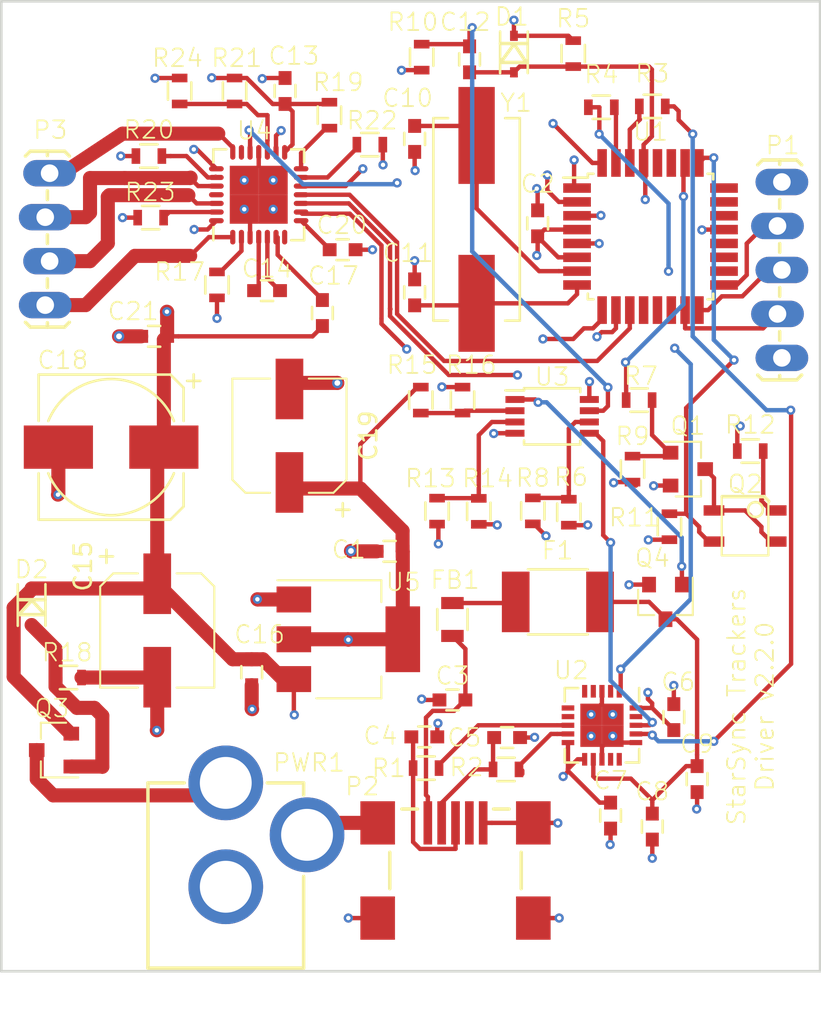
<source format=kicad_pcb>
(kicad_pcb (version 20171130) (host pcbnew 5.0.2-bee76a0~70~ubuntu18.04.1)
  (title_block (title "Tracker Controller and Driver") (date 2018-01-16) (rev 2.1.2) (company "StarSync Trackers LLC"))
  (layers (0 Front mixed) (1 Ground power) (2 Power mixed) (31 Back signal) (34 B.Paste user) (35 F.Paste user) (36 B.SilkS user) (37 F.SilkS user) (38 B.Mask user) (39 F.Mask user) (44 Edge.Cuts user))
  (net 0 "")
  (net 1 +5V)
  (net 2 GND)
  (net 3 "Net-(C3-Pad1)")
  (net 4 "Net-(C4-Pad1)")
  (net 5 "Net-(C5-Pad1)")
  (net 6 +3V3)
  (net 7 VCCUSB)
  (net 8 "Net-(C10-Pad2)")
  (net 9 "Net-(C11-Pad2)")
  (net 10 DTR)
  (net 11 RESET)
  (net 12 "Net-(C14-Pad1)")
  (net 13 "Net-(C14-Pad2)")
  (net 14 PWRJ)
  (net 15 "Net-(C17-Pad2)")
  (net 16 "Net-(C20-Pad2)")
  (net 17 "Net-(D2-Pad2)")
  (net 18 "Net-(F1-Pad2)")
  (net 19 SCK)
  (net 20 MISO)
  (net 21 MOSI)
  (net 22 "Net-(PWR1-Pad1)")
  (net 23 "Net-(Q1-Pad1)")
  (net 24 "Net-(Q1-Pad3)")
  (net 25 "Net-(Q2-Pad1)")
  (net 26 P_OUT)
  (net 27 "Net-(Q4-Pad1)")
  (net 28 "Net-(R1-Pad1)")
  (net 29 "Net-(R2-Pad1)")
  (net 30 "Net-(R3-Pad1)")
  (net 31 RXD)
  (net 32 TXD)
  (net 33 "Net-(R4-Pad2)")
  (net 34 "Net-(R6-Pad1)")
  (net 35 P_EN)
  (net 36 "Net-(R13-Pad2)")
  (net 37 "Net-(R15-Pad2)")
  (net 38 "Net-(R17-Pad1)")
  (net 39 "Net-(R19-Pad1)")
  (net 40 "Net-(R20-Pad2)")
  (net 41 "Net-(R21-Pad1)")
  (net 42 "Net-(R22-Pad2)")
  (net 43 "Net-(R23-Pad2)")
  (net 44 DIR)
  (net 45 MS1)
  (net 46 MS2)
  (net 47 MS3)
  (net 48 "Net-(U1-Pad12)")
  (net 49 "Net-(U1-Pad13)")
  (net 50 "Net-(U1-Pad14)")
  (net 51 "Net-(U1-Pad18)")
  (net 52 "Net-(U1-Pad19)")
  (net 53 "Net-(U1-Pad20)")
  (net 54 "Net-(U1-Pad22)")
  (net 55 "Net-(U1-Pad23)")
  (net 56 "Net-(U1-Pad24)")
  (net 57 "Net-(U1-Pad27)")
  (net 58 "Net-(U1-Pad28)")
  (net 59 STEP)
  (net 60 "Net-(U2-Pad2)")
  (net 61 "Net-(U2-Pad4)")
  (net 62 "Net-(U2-Pad5)")
  (net 63 "Net-(U2-Pad6)")
  (net 64 "Net-(U2-Pad7)")
  (net 65 "Net-(U2-Pad14)")
  (net 66 "Net-(U2-Pad15)")
  (net 67 "Net-(U2-Pad18)")
  (net 68 "Net-(U2-Pad19)")
  (net 69 "Net-(U4-Pad7)")
  (net 70 "Net-(U4-Pad20)")
  (net 71 "Net-(U4-Pad25)")
  (net 72 "Net-(P2-Pad4)")
  (net 73 RESET_STEP)
  (net 74 /o1b)
  (net 75 /o1a)
  (net 76 /o2a)
  (net 77 /o2b)
  (module Housings_QFP:TQFP-32_7x7mm_Pitch0.8mm (layer Front) (at 139.7762 99.4156)
    (fp_text reference U1 (at 0 -6.05) (layer F.SilkS) (effects (font (size 1.016 1.016) (thickness 0.1016))))
    (fp_text value ATMEGA328P-A hide)
    (pad 1 smd rect (at -4.25 -2.8) (size 1.6 0.55) (layers Front F.Paste F.Mask) (net 44 DIR))
    (pad 2 smd rect (at -4.25 -2) (size 1.6 0.55) (layers Front F.Paste F.Mask) (net 73 RESET_STEP))
    (pad 3 smd rect (at -4.25 -1.2) (size 1.6 0.55) (layers Front F.Paste F.Mask) (net 2 GND))
    (pad 4 smd rect (at -4.25 -0.4) (size 1.6 0.55) (layers Front F.Paste F.Mask) (net 1 +5V))
    (pad 5 smd rect (at -4.25 0.4) (size 1.6 0.55) (layers Front F.Paste F.Mask) (net 2 GND))
    (pad 6 smd rect (at -4.25 1.2) (size 1.6 0.55) (layers Front F.Paste F.Mask) (net 1 +5V))
    (pad 7 smd rect (at -4.25 2) (size 1.6 0.55) (layers Front F.Paste F.Mask) (net 8 "Net-(C10-Pad2)"))
    (pad 8 smd rect (at -4.25 2.8) (size 1.6 0.55) (layers Front F.Paste F.Mask) (net 9 "Net-(C11-Pad2)"))
    (pad 9 smd rect (at -2.8 4.25 90) (size 1.6 0.55) (layers Front F.Paste F.Mask) (net 45 MS1))
    (pad 10 smd rect (at -2 4.25 90) (size 1.6 0.55) (layers Front F.Paste F.Mask) (net 46 MS2))
    (pad 11 smd rect (at -1.2 4.25 90) (size 1.6 0.55) (layers Front F.Paste F.Mask) (net 47 MS3))
    (pad 12 smd rect (at -0.4 4.25 90) (size 1.6 0.55) (layers Front F.Paste F.Mask) (net 48 "Net-(U1-Pad12)"))
    (pad 13 smd rect (at 0.4 4.25 90) (size 1.6 0.55) (layers Front F.Paste F.Mask) (net 49 "Net-(U1-Pad13)"))
    (pad 14 smd rect (at 1.2 4.25 90) (size 1.6 0.55) (layers Front F.Paste F.Mask) (net 50 "Net-(U1-Pad14)"))
    (pad 15 smd rect (at 2 4.25 90) (size 1.6 0.55) (layers Front F.Paste F.Mask) (net 21 MOSI))
    (pad 16 smd rect (at 2.8 4.25 90) (size 1.6 0.55) (layers Front F.Paste F.Mask) (net 20 MISO))
    (pad 17 smd rect (at 4.25 2.8) (size 1.6 0.55) (layers Front F.Paste F.Mask) (net 19 SCK))
    (pad 18 smd rect (at 4.25 2) (size 1.6 0.55) (layers Front F.Paste F.Mask) (net 51 "Net-(U1-Pad18)"))
    (pad 19 smd rect (at 4.25 1.2) (size 1.6 0.55) (layers Front F.Paste F.Mask) (net 52 "Net-(U1-Pad19)"))
    (pad 20 smd rect (at 4.25 0.4) (size 1.6 0.55) (layers Front F.Paste F.Mask) (net 53 "Net-(U1-Pad20)"))
    (pad 21 smd rect (at 4.25 -0.4) (size 1.6 0.55) (layers Front F.Paste F.Mask) (net 2 GND))
    (pad 22 smd rect (at 4.25 -1.2) (size 1.6 0.55) (layers Front F.Paste F.Mask) (net 54 "Net-(U1-Pad22)"))
    (pad 23 smd rect (at 4.25 -2) (size 1.6 0.55) (layers Front F.Paste F.Mask) (net 55 "Net-(U1-Pad23)"))
    (pad 24 smd rect (at 4.25 -2.8) (size 1.6 0.55) (layers Front F.Paste F.Mask) (net 56 "Net-(U1-Pad24)"))
    (pad 25 smd rect (at 2.8 -4.25 90) (size 1.6 0.55) (layers Front F.Paste F.Mask) (net 26 P_OUT))
    (pad 26 smd rect (at 2 -4.25 90) (size 1.6 0.55) (layers Front F.Paste F.Mask) (net 35 P_EN))
    (pad 27 smd rect (at 1.2 -4.25 90) (size 1.6 0.55) (layers Front F.Paste F.Mask) (net 57 "Net-(U1-Pad27)"))
    (pad 28 smd rect (at 0.4 -4.25 90) (size 1.6 0.55) (layers Front F.Paste F.Mask) (net 58 "Net-(U1-Pad28)"))
    (pad 29 smd rect (at -0.4 -4.25 90) (size 1.6 0.55) (layers Front F.Paste F.Mask) (net 11 RESET))
    (pad 30 smd rect (at -1.2 -4.25 90) (size 1.6 0.55) (layers Front F.Paste F.Mask) (net 30 "Net-(R3-Pad1)"))
    (pad 31 smd rect (at -2 -4.25 90) (size 1.6 0.55) (layers Front F.Paste F.Mask) (net 33 "Net-(R4-Pad2)"))
    (pad 32 smd rect (at -2.8 -4.25 90) (size 1.6 0.55) (layers Front F.Paste F.Mask) (net 59 STEP))
  )
  (module Connect:1pin (layer Front) (at 145.5674 137.922)
    (fp_text reference REF** hide)
    (fp_text value 1pin hide)
    (pad "" np_thru_hole circle (at 0 0) (size 5.1054 5.1054) (drill 5.1054) (layers *.Cu *.Mask) (clearance 0.508))
  )
  (module Connect:1pin (layer Front) (at 106.172 89.789)
    (fp_text reference REF** hide)
    (fp_text value 1pin hide)
    (pad "" np_thru_hole circle (at 0 0) (size 5.1054 5.1054) (drill 5.1054) (layers *.Cu *.Mask) (clearance 0.508))
  )
  (module Connect:1pin (layer Front) (at 106.1466 137.8966)
    (fp_text reference REF** hide)
    (fp_text value 1pin hide)
    (pad "" np_thru_hole circle (at 0 0) (size 5.1054 5.1054) (drill 5.1054) (layers *.Cu *.Mask) (clearance 0.508))
  )
  (module Capacitors_SMD:C_0603 (layer Front) (at 124.6886 117.602 180)
    (fp_text reference C1 (at 2.3622 0.1016) (layer F.SilkS) (effects (font (size 1.016 1.016) (thickness 0.1016))))
    (fp_text value 0.1u hide)
    (pad 1 smd rect (at -0.75 0 180) (size 0.8 0.75) (layers Front F.Paste F.Mask) (net 1 +5V))
    (pad 2 smd rect (at 0.75 0 180) (size 0.8 0.75) (layers Front F.Paste F.Mask) (net 2 GND))
  )
  (module Capacitors_SMD:C_0603 (layer Front) (at 133.2484 98.6536 270)
    (fp_text reference C2 (at -2.286 0) (layer F.SilkS) (effects (font (size 1.016 1.016) (thickness 0.1016))))
    (fp_text value 0.1u hide)
    (pad 1 smd rect (at -0.75 0 270) (size 0.8 0.75) (layers Front F.Paste F.Mask) (net 2 GND))
    (pad 2 smd rect (at 0.75 0 270) (size 0.8 0.75) (layers Front F.Paste F.Mask) (net 1 +5V))
  )
  (module Capacitors_SMD:C_0603 (layer Front) (at 128.3208 126.1872 180)
    (fp_text reference C3 (at 0 1.397 180) (layer F.SilkS) (effects (font (size 1.016 1.016) (thickness 0.1016))))
    (fp_text value 10p hide)
    (pad 1 smd rect (at -0.75 0 180) (size 0.8 0.75) (layers Front F.Paste F.Mask) (net 3 "Net-(C3-Pad1)"))
    (pad 2 smd rect (at 0.75 0 180) (size 0.8 0.75) (layers Front F.Paste F.Mask) (net 2 GND))
  )
  (module Capacitors_SMD:C_0603 (layer Front) (at 126.6952 128.3208)
    (fp_text reference C4 (at -2.54 -0.0635 180) (layer F.SilkS) (effects (font (size 1.016 1.016) (thickness 0.1016))))
    (fp_text value 47p hide)
    (pad 1 smd rect (at -0.75 0) (size 0.8 0.75) (layers Front F.Paste F.Mask) (net 4 "Net-(C4-Pad1)"))
    (pad 2 smd rect (at 0.75 0) (size 0.8 0.75) (layers Front F.Paste F.Mask) (net 2 GND))
  )
  (module Capacitors_SMD:C_0603 (layer Front) (at 131.4831 128.3589)
    (fp_text reference C5 (at -2.4765 0 180) (layer F.SilkS) (effects (font (size 1.016 1.016) (thickness 0.1016))))
    (fp_text value 47p hide)
    (pad 1 smd rect (at -0.75 0) (size 0.8 0.75) (layers Front F.Paste F.Mask) (net 5 "Net-(C5-Pad1)"))
    (pad 2 smd rect (at 0.75 0) (size 0.8 0.75) (layers Front F.Paste F.Mask) (net 2 GND))
  )
  (module Capacitors_SMD:C_0603 (layer Front) (at 141.1224 127.1778 270)
    (fp_text reference C6 (at -2.032 -0.254) (layer F.SilkS) (effects (font (size 1.016 1.016) (thickness 0.1016))))
    (fp_text value 0.1u hide)
    (pad 1 smd rect (at -0.75 0 270) (size 0.8 0.75) (layers Front F.Paste F.Mask) (net 2 GND))
    (pad 2 smd rect (at 0.75 0 270) (size 0.8 0.75) (layers Front F.Paste F.Mask) (net 6 +3V3))
  )
  (module Capacitors_SMD:C_0603 (layer Front) (at 137.4648 132.8674 270)
    (fp_text reference C7 (at -2.032 0) (layer F.SilkS) (effects (font (size 1.016 1.016) (thickness 0.1016))))
    (fp_text value 0.1u hide)
    (pad 1 smd rect (at -0.75 0 270) (size 0.8 0.75) (layers Front F.Paste F.Mask) (net 6 +3V3))
    (pad 2 smd rect (at 0.75 0 270) (size 0.8 0.75) (layers Front F.Paste F.Mask) (net 2 GND))
  )
  (module Capacitors_SMD:C_0603 (layer Front) (at 139.8778 133.5024 90)
    (fp_text reference C8 (at 2.032 0 180) (layer F.SilkS) (effects (font (size 1.016 1.016) (thickness 0.1016))))
    (fp_text value 10u hide)
    (pad 1 smd rect (at -0.75 0 90) (size 0.8 0.75) (layers Front F.Paste F.Mask) (net 2 GND))
    (pad 2 smd rect (at 0.75 0 90) (size 0.8 0.75) (layers Front F.Paste F.Mask) (net 7 VCCUSB))
  )
  (module Capacitors_SMD:C_0603 (layer Front) (at 142.4686 130.7592 270)
    (fp_text reference C9 (at -2.032 0) (layer F.SilkS) (effects (font (size 1.016 1.016) (thickness 0.1016))))
    (fp_text value 0.1u hide)
    (pad 1 smd rect (at -0.75 0 270) (size 0.8 0.75) (layers Front F.Paste F.Mask) (net 7 VCCUSB))
    (pad 2 smd rect (at 0.75 0 270) (size 0.8 0.75) (layers Front F.Paste F.Mask) (net 2 GND))
  )
  (module Capacitors_SMD:C_0603 (layer Front) (at 126.1364 93.7768 90)
    (fp_text reference C10 (at 2.3622 -0.4064 180) (layer F.SilkS) (effects (font (size 1.016 1.016) (thickness 0.1016))))
    (fp_text value 22p hide)
    (pad 1 smd rect (at -0.75 0 90) (size 0.8 0.75) (layers Front F.Paste F.Mask) (net 2 GND))
    (pad 2 smd rect (at 0.75 0 90) (size 0.8 0.75) (layers Front F.Paste F.Mask) (net 8 "Net-(C10-Pad2)"))
  )
  (module Capacitors_SMD:C_0603 (layer Front) (at 126.1364 102.6414 270)
    (fp_text reference C11 (at -2.2726 0.381) (layer F.SilkS) (effects (font (size 1.016 1.016) (thickness 0.1016))))
    (fp_text value 22p hide)
    (pad 1 smd rect (at -0.75 0 270) (size 0.8 0.75) (layers Front F.Paste F.Mask) (net 2 GND))
    (pad 2 smd rect (at 0.75 0 270) (size 0.8 0.75) (layers Front F.Paste F.Mask) (net 9 "Net-(C11-Pad2)"))
  )
  (module Capacitors_SMD:C_0603 (layer Front) (at 129.3114 89.1794 270)
    (fp_text reference C12 (at -2.159 0.254) (layer F.SilkS) (effects (font (size 1.016 1.016) (thickness 0.1016))))
    (fp_text value 0.1u hide)
    (pad 1 smd rect (at -0.75 0 270) (size 0.8 0.75) (layers Front F.Paste F.Mask) (net 10 DTR))
    (pad 2 smd rect (at 0.75 0 270) (size 0.8 0.75) (layers Front F.Paste F.Mask) (net 11 RESET))
  )
  (module Capacitors_SMD:C_0603 (layer Front) (at 118.6434 91.0082 90)
    (fp_text reference C13 (at 2.032 0.508 180) (layer F.SilkS) (effects (font (size 1.016 1.016) (thickness 0.1016))))
    (fp_text value 0.1u hide)
    (pad 1 smd rect (at -0.75 0 90) (size 0.8 0.75) (layers Front F.Paste F.Mask) (net 1 +5V))
    (pad 2 smd rect (at 0.75 0 90) (size 0.8 0.75) (layers Front F.Paste F.Mask) (net 2 GND))
  )
  (module Capacitors_SMD:C_0603 (layer Front) (at 117.602 102.5398)
    (fp_text reference C14 (at 0 -1.27) (layer F.SilkS) (effects (font (size 1.016 1.016) (thickness 0.1016))))
    (fp_text value 0.1u hide)
    (pad 1 smd rect (at -0.75 0) (size 0.8 0.75) (layers Front F.Paste F.Mask) (net 12 "Net-(C14-Pad1)"))
    (pad 2 smd rect (at 0.75 0) (size 0.8 0.75) (layers Front F.Paste F.Mask) (net 13 "Net-(C14-Pad2)"))
  )
  (module Capacitors_SMD:C_0603 (layer Front) (at 116.713 124.587 270)
    (fp_text reference C16 (at -2.1844 -0.4572 180) (layer F.SilkS) (effects (font (size 1.016 1.016) (thickness 0.1016))))
    (fp_text value 0.1u hide)
    (pad 1 smd rect (at -0.75 0 270) (size 0.8 0.75) (layers Front F.Paste F.Mask) (net 14 PWRJ))
    (pad 2 smd rect (at 0.75 0 270) (size 0.8 0.75) (layers Front F.Paste F.Mask) (net 2 GND))
  )
  (module Capacitors_SMD:C_0603 (layer Front) (at 120.8024 103.8352 90)
    (fp_text reference C17 (at 2.159 0.635 180) (layer F.SilkS) (effects (font (size 1.016 1.016) (thickness 0.1016))))
    (fp_text value 0.1u hide)
    (pad 1 smd rect (at -0.75 0 90) (size 0.8 0.75) (layers Front F.Paste F.Mask) (net 14 PWRJ))
    (pad 2 smd rect (at 0.75 0 90) (size 0.8 0.75) (layers Front F.Paste F.Mask) (net 15 "Net-(C17-Pad2)"))
  )
  (module Capacitors_SMD:c_elec_8x10 (layer Front) (at 108.585 111.5822 180)
    (fp_text reference C18 (at 2.794 5.0292 180) (layer F.SilkS) (effects (font (size 1.016 1.016) (thickness 0.1016))))
    (fp_text value 100u hide)
    (fp_text user + (at -4.7752 3.8989 180) (layer F.SilkS))
    (pad 1 smd rect (at -3.05 0) (size 4 2.5) (layers Front F.Paste F.Mask) (net 14 PWRJ))
    (pad 2 smd rect (at 3.05 0) (size 4 2.5) (layers Front F.Paste F.Mask) (net 2 GND))
  )
  (module Capacitors_SMD:C_0603 (layer Front) (at 121.9708 100.1776 180)
    (fp_text reference C20 (at 0.0508 1.4224 180) (layer F.SilkS) (effects (font (size 1.016 1.016) (thickness 0.1016))))
    (fp_text value 0.22u hide)
    (pad 1 smd rect (at -0.75 0 180) (size 0.8 0.75) (layers Front F.Paste F.Mask) (net 2 GND))
    (pad 2 smd rect (at 0.75 0 180) (size 0.8 0.75) (layers Front F.Paste F.Mask) (net 16 "Net-(C20-Pad2)"))
  )
  (module Diodes_SMD:SOD-323 (layer Front) (at 131.8768 88.8746 270)
    (fp_text reference D1 (at -2.159 0.127) (layer F.SilkS) (effects (font (size 1.016 1.016) (thickness 0.1016))))
    (fp_text value 1N4148 hide)
    (pad 1 smd rect (at -1.055 0 270) (size 0.59 0.45) (layers Front F.Paste F.Mask) (net 1 +5V))
    (pad 2 smd rect (at 1.055 0 270) (size 0.59 0.45) (layers Front F.Paste F.Mask) (net 11 RESET))
  )
  (module Diodes_SMD:SOD-323 (layer Front) (at 103.9876 120.8024 270)
    (fp_text reference D2 (at -2.159 0) (layer F.SilkS) (effects (font (size 1.016 1.016) (thickness 0.1016))))
    (fp_text value DZ2J051M0L hide)
    (pad 1 smd rect (at -1.055 0 270) (size 0.59 0.45) (layers Front F.Paste F.Mask) (net 14 PWRJ))
    (pad 2 smd rect (at 1.055 0 270) (size 0.59 0.45) (layers Front F.Paste F.Mask) (net 17 "Net-(D2-Pad2)"))
  )
  (module Resistors_SMD:R_1812 (layer Front) (at 134.4168 120.523 180)
    (fp_text reference F1 (at 0.0254 2.9718 180) (layer F.SilkS) (effects (font (size 1.016 1.016) (thickness 0.1016))))
    (fp_text value 500mA hide)
    (pad 1 smd rect (at -2.4384 0 180) (size 1.6 3.5) (layers Front F.Paste F.Mask) (net 7 VCCUSB))
    (pad 2 smd rect (at 2.4384 0 180) (size 1.6 3.5) (layers Front F.Paste F.Mask) (net 18 "Net-(F1-Pad2)"))
  )
  (module Resistors_SMD:R_0805 (layer Front) (at 128.3208 121.539 270)
    (fp_text reference FB1 (at -2.286 -0.1524) (layer F.SilkS) (effects (font (size 1.016 1.016) (thickness 0.1016))))
    (fp_text value ferrite_bead hide)
    (pad 1 smd rect (at -0.95 0 270) (size 0.7 1.3) (layers Front F.Paste F.Mask) (net 18 "Net-(F1-Pad2)"))
    (pad 2 smd rect (at 0.95 0 270) (size 0.7 1.3) (layers Front F.Paste F.Mask) (net 3 "Net-(C3-Pad1)"))
  )
  (module SparkFun-Connectors:1X04_LOCK_LONGPADS (layer Front) (at 105.029 95.758 270)
    (fp_text reference P3 (at -1.905 1.016) (layer F.SilkS) (effects (font (size 1.016 1.016) (thickness 0.1016)) (justify left bottom)))
    (fp_text value CONN_01X04 hide)
    (pad 1 thru_hole oval (at 0 0) (size 3.048 1.524) (drill 1.016) (layers *.Cu *.Mask) (net 74 /o1b))
    (pad 2 thru_hole oval (at 2.54 0.254) (size 3.048 1.524) (drill 1.016) (layers *.Cu *.Mask) (net 75 /o1a))
    (pad 3 thru_hole oval (at 5.08 0) (size 3.048 1.524) (drill 1.016) (layers *.Cu *.Mask) (net 76 /o2a))
    (pad 4 thru_hole oval (at 7.62 0.254) (size 3.048 1.524) (drill 1.016) (layers *.Cu *.Mask) (net 77 /o2b))
  )
  (module isadore_custom_footprints:POWER_JACK_PTH (layer Front) (at 115.2144 144.6784)
    (fp_text reference PWR1 (at 2.667 -14.2748) (layer F.SilkS) (effects (font (size 1.016 1.016) (thickness 0.1016)) (justify left bottom)))
    (fp_text value BARREL_JACK hide)
    (pad 1 thru_hole circle (at 0 -13.7) (size 4.318 4.318) (drill 2.9972) (layers *.Cu *.Mask) (net 22 "Net-(PWR1-Pad1)"))
    (pad 3 thru_hole circle (at 0 -7.7) (size 4.318 4.318) (drill 2.9972) (layers *.Cu *.Mask) (net 2 GND))
    (pad 2 thru_hole circle (at 4.7 -10.7 90) (size 4.318 4.318) (drill 2.9972) (layers *.Cu *.Mask) (net 2 GND))
  )
  (module TO_SOT_Packages_SMD:SOT-23 (layer Front) (at 141.9352 112.8522)
    (fp_text reference Q1 (at 0 -2.5) (layer F.SilkS) (effects (font (size 1.016 1.016) (thickness 0.1016))))
    (fp_text value Fairchild_BCV27 hide)
    (pad 1 smd rect (at -1 -0.95) (size 0.9 0.8) (layers Front F.Paste F.Mask) (net 23 "Net-(Q1-Pad1)"))
    (pad 2 smd rect (at -1 0.95) (size 0.9 0.8) (layers Front F.Paste F.Mask) (net 2 GND))
    (pad 3 smd rect (at 1 0) (size 0.9 0.8) (layers Front F.Paste F.Mask) (net 24 "Net-(Q1-Pad3)"))
  )
  (module custom_footprints:SparkFun-QRE1113 (layer Front) (at 145.24228 116.13896 180)
    (fp_text reference Q2 (at -0.00508 2.42316) (layer F.SilkS) (effects (font (size 1.016 1.016) (thickness 0.1016))))
    (fp_text value QRE1113 hide)
    (pad 1 smd rect (at -1.79832 0.89916 180) (size 1.19888 0.59944) (layers Front F.Paste F.Mask) (net 25 "Net-(Q2-Pad1)"))
    (pad 2 smd rect (at 1.79832 0.89916 180) (size 1.19888 0.59944) (layers Front F.Paste F.Mask) (net 24 "Net-(Q1-Pad3)"))
    (pad 3 smd rect (at 1.79832 -0.89916 180) (size 1.19888 0.59944) (layers Front F.Paste F.Mask) (net 26 P_OUT))
    (pad 4 smd rect (at -1.79832 -0.89916 180) (size 1.19888 0.59944) (layers Front F.Paste F.Mask) (net 24 "Net-(Q1-Pad3)"))
  )
  (module TO_SOT_Packages_SMD:SOT-23 (layer Front) (at 105.283 129.0828 180)
    (fp_text reference Q3 (at 0.127 2.413 180) (layer F.SilkS) (effects (font (size 1.016 1.016) (thickness 0.1016))))
    (fp_text value DMG3415U-7 hide)
    (pad 1 smd rect (at -1 -0.95 180) (size 0.9 0.8) (layers Front F.Paste F.Mask) (net 17 "Net-(D2-Pad2)"))
    (pad 2 smd rect (at -1 0.95 180) (size 0.9 0.8) (layers Front F.Paste F.Mask) (net 14 PWRJ))
    (pad 3 smd rect (at 1 0 180) (size 0.9 0.8) (layers Front F.Paste F.Mask) (net 22 "Net-(PWR1-Pad1)"))
  )
  (module TO_SOT_Packages_SMD:SOT-23 (layer Front) (at 140.6398 120.523 270)
    (fp_text reference Q4 (at -2.54 0.762) (layer F.SilkS) (effects (font (size 1.016 1.016) (thickness 0.1016))))
    (fp_text value DMG3415U-7 hide)
    (pad 1 smd rect (at -1 -0.95 270) (size 0.9 0.8) (layers Front F.Paste F.Mask) (net 27 "Net-(Q4-Pad1)"))
    (pad 2 smd rect (at -1 0.95 270) (size 0.9 0.8) (layers Front F.Paste F.Mask) (net 1 +5V))
    (pad 3 smd rect (at 1 0 270) (size 0.9 0.8) (layers Front F.Paste F.Mask) (net 7 VCCUSB))
  )
  (module Resistors_SMD:R_0603 (layer Front) (at 126.7968 130.1242 180)
    (fp_text reference R1 (at 2.159 0) (layer F.SilkS) (effects (font (size 1.016 1.016) (thickness 0.1016))))
    (fp_text value 27 hide)
    (pad 1 smd rect (at -0.75 0 180) (size 0.5 0.9) (layers Front F.Paste F.Mask) (net 28 "Net-(R1-Pad1)"))
    (pad 2 smd rect (at 0.75 0 180) (size 0.5 0.9) (layers Front F.Paste F.Mask) (net 4 "Net-(C4-Pad1)"))
  )
  (module Resistors_SMD:R_0603 (layer Front) (at 131.4196 130.2004 180)
    (fp_text reference R2 (at 2.286 0.127) (layer F.SilkS) (effects (font (size 1.016 1.016) (thickness 0.1016))))
    (fp_text value 27 hide)
    (pad 1 smd rect (at -0.75 0 180) (size 0.5 0.9) (layers Front F.Paste F.Mask) (net 29 "Net-(R2-Pad1)"))
    (pad 2 smd rect (at 0.75 0 180) (size 0.5 0.9) (layers Front F.Paste F.Mask) (net 5 "Net-(C5-Pad1)"))
  )
  (module Resistors_SMD:R_0603 (layer Front) (at 139.8778 91.8972)
    (fp_text reference R3 (at 0 -1.9) (layer F.SilkS) (effects (font (size 1.016 1.016) (thickness 0.1016))))
    (fp_text value 1k hide)
    (pad 1 smd rect (at -0.75 0) (size 0.5 0.9) (layers Front F.Paste F.Mask) (net 30 "Net-(R3-Pad1)"))
    (pad 2 smd rect (at 0.75 0) (size 0.5 0.9) (layers Front F.Paste F.Mask) (net 31 RXD))
  )
  (module Resistors_SMD:R_0603 (layer Front) (at 136.9314 91.948)
    (fp_text reference R4 (at 0 -1.9) (layer F.SilkS) (effects (font (size 1.016 1.016) (thickness 0.1016))))
    (fp_text value 1k hide)
    (pad 1 smd rect (at -0.75 0) (size 0.5 0.9) (layers Front F.Paste F.Mask) (net 32 TXD))
    (pad 2 smd rect (at 0.75 0) (size 0.5 0.9) (layers Front F.Paste F.Mask) (net 33 "Net-(R4-Pad2)"))
  )
  (module Resistors_SMD:R_0603 (layer Front) (at 135.3058 88.8492 270)
    (fp_text reference R5 (at -2.032 0) (layer F.SilkS) (effects (font (size 1.016 1.016) (thickness 0.1016))))
    (fp_text value 10k hide)
    (pad 1 smd rect (at -0.75 0 270) (size 0.5 0.9) (layers Front F.Paste F.Mask) (net 1 +5V))
    (pad 2 smd rect (at 0.75 0 270) (size 0.5 0.9) (layers Front F.Paste F.Mask) (net 11 RESET))
  )
  (module Resistors_SMD:R_0603 (layer Front) (at 135.0518 115.3414 270)
    (fp_text reference R6 (at -2.032 -0.127) (layer F.SilkS) (effects (font (size 1.016 1.016) (thickness 0.1016))))
    (fp_text value 20k hide)
    (pad 1 smd rect (at -0.75 0 270) (size 0.5 0.9) (layers Front F.Paste F.Mask) (net 34 "Net-(R6-Pad1)"))
    (pad 2 smd rect (at 0.75 0 270) (size 0.5 0.9) (layers Front F.Paste F.Mask) (net 1 +5V))
  )
  (module Resistors_SMD:R_0603 (layer Front) (at 139.1158 108.8644 180)
    (fp_text reference R7 (at -0.1016 1.397 180) (layer F.SilkS) (effects (font (size 1.016 1.016) (thickness 0.1016))))
    (fp_text value 10k hide)
    (pad 1 smd rect (at -0.75 0 180) (size 0.5 0.9) (layers Front F.Paste F.Mask) (net 23 "Net-(Q1-Pad1)"))
    (pad 2 smd rect (at 0.75 0 180) (size 0.5 0.9) (layers Front F.Paste F.Mask) (net 35 P_EN))
  )
  (module Resistors_SMD:R_0603 (layer Front) (at 132.969 115.2652 270)
    (fp_text reference R8 (at -1.905 0) (layer F.SilkS) (effects (font (size 1.016 1.016) (thickness 0.1016))))
    (fp_text value 10k hide)
    (pad 1 smd rect (at -0.75 0 270) (size 0.5 0.9) (layers Front F.Paste F.Mask) (net 34 "Net-(R6-Pad1)"))
    (pad 2 smd rect (at 0.75 0 270) (size 0.5 0.9) (layers Front F.Paste F.Mask) (net 2 GND))
  )
  (module Resistors_SMD:R_0603 (layer Front) (at 138.7348 112.8522 270)
    (fp_text reference R9 (at -1.905 0) (layer F.SilkS) (effects (font (size 1.016 1.016) (thickness 0.1016))))
    (fp_text value 100k hide)
    (pad 1 smd rect (at -0.75 0 270) (size 0.5 0.9) (layers Front F.Paste F.Mask) (net 23 "Net-(Q1-Pad1)"))
    (pad 2 smd rect (at 0.75 0 270) (size 0.5 0.9) (layers Front F.Paste F.Mask) (net 2 GND))
  )
  (module Resistors_SMD:R_0603 (layer Front) (at 126.5428 89.0524 90)
    (fp_text reference R10 (at 2.032 -0.508 180) (layer F.SilkS) (effects (font (size 1.016 1.016) (thickness 0.1016))))
    (fp_text value 1k hide)
    (pad 1 smd rect (at -0.75 0 90) (size 0.5 0.9) (layers Front F.Paste F.Mask) (net 2 GND))
    (pad 2 smd rect (at 0.75 0 90) (size 0.5 0.9) (layers Front F.Paste F.Mask) (net 10 DTR))
  )
  (module Resistors_SMD:R_0603 (layer Front) (at 140.8684 116.1796 90)
    (fp_text reference R11 (at 0.5334 -2.032 180) (layer F.SilkS) (effects (font (size 1.016 1.016) (thickness 0.1016))))
    (fp_text value 10k hide)
    (pad 1 smd rect (at -0.75 0 90) (size 0.5 0.9) (layers Front F.Paste F.Mask) (net 1 +5V))
    (pad 2 smd rect (at 0.75 0 90) (size 0.5 0.9) (layers Front F.Paste F.Mask) (net 26 P_OUT))
  )
  (module Resistors_SMD:R_0603 (layer Front) (at 145.542 111.8108)
    (fp_text reference R12 (at 0 -1.524 180) (layer F.SilkS) (effects (font (size 1.016 1.016) (thickness 0.1016))))
    (fp_text value 100 hide)
    (pad 1 smd rect (at -0.75 0) (size 0.5 0.9) (layers Front F.Paste F.Mask) (net 1 +5V))
    (pad 2 smd rect (at 0.75 0) (size 0.5 0.9) (layers Front F.Paste F.Mask) (net 25 "Net-(Q2-Pad1)"))
  )
  (module Resistors_SMD:R_0603 (layer Front) (at 127.4318 115.2786 90)
    (fp_text reference R13 (at 1.893 -0.381 180) (layer F.SilkS) (effects (font (size 1.016 1.016) (thickness 0.1016))))
    (fp_text value 10k hide)
    (pad 1 smd rect (at -0.75 0 90) (size 0.5 0.9) (layers Front F.Paste F.Mask) (net 14 PWRJ))
    (pad 2 smd rect (at 0.75 0 90) (size 0.5 0.9) (layers Front F.Paste F.Mask) (net 36 "Net-(R13-Pad2)"))
  )
  (module Resistors_SMD:R_0603 (layer Front) (at 129.8448 115.2906 270)
    (fp_text reference R14 (at -1.905 -0.508) (layer F.SilkS) (effects (font (size 1.016 1.016) (thickness 0.1016))))
    (fp_text value 10k hide)
    (pad 1 smd rect (at -0.75 0 270) (size 0.5 0.9) (layers Front F.Paste F.Mask) (net 36 "Net-(R13-Pad2)"))
    (pad 2 smd rect (at 0.75 0 270) (size 0.5 0.9) (layers Front F.Paste F.Mask) (net 2 GND))
  )
  (module Resistors_SMD:R_0603 (layer Front) (at 126.492 108.8644 270)
    (fp_text reference R15 (at -2.032 0.508) (layer F.SilkS) (effects (font (size 1.016 1.016) (thickness 0.1016))))
    (fp_text value 5.1k hide)
    (pad 1 smd rect (at -0.75 0 270) (size 0.5 0.9) (layers Front F.Paste F.Mask) (net 1 +5V))
    (pad 2 smd rect (at 0.75 0 270) (size 0.5 0.9) (layers Front F.Paste F.Mask) (net 37 "Net-(R15-Pad2)"))
  )
  (module Resistors_SMD:R_0603 (layer Front) (at 128.905 108.8644 270)
    (fp_text reference R16 (at -2.032 -0.508) (layer F.SilkS) (effects (font (size 1.016 1.016) (thickness 0.1016))))
    (fp_text value 10k hide)
    (pad 1 smd rect (at -0.75 0 270) (size 0.5 0.9) (layers Front F.Paste F.Mask) (net 2 GND))
    (pad 2 smd rect (at 0.75 0 270) (size 0.5 0.9) (layers Front F.Paste F.Mask) (net 37 "Net-(R15-Pad2)"))
  )
  (module Resistors_SMD:R_0603 (layer Front) (at 114.7064 102.2096 270)
    (fp_text reference R17 (at -0.762 2.159) (layer F.SilkS) (effects (font (size 1.016 1.016) (thickness 0.1016))))
    (fp_text value 20k hide)
    (pad 1 smd rect (at -0.75 0 270) (size 0.5 0.9) (layers Front F.Paste F.Mask) (net 38 "Net-(R17-Pad1)"))
    (pad 2 smd rect (at 0.75 0 270) (size 0.5 0.9) (layers Front F.Paste F.Mask) (net 2 GND))
  )
  (module Resistors_SMD:R_0603 (layer Front) (at 106.1212 124.8918)
    (fp_text reference R18 (at -0.0762 -1.4478 180) (layer F.SilkS) (effects (font (size 1.016 1.016) (thickness 0.1016))))
    (fp_text value 100k hide)
    (pad 1 smd rect (at -0.75 0) (size 0.5 0.9) (layers Front F.Paste F.Mask) (net 17 "Net-(D2-Pad2)"))
    (pad 2 smd rect (at 0.75 0) (size 0.5 0.9) (layers Front F.Paste F.Mask) (net 2 GND))
  )
  (module Resistors_SMD:R_0603 (layer Front) (at 121.2088 92.4052 90)
    (fp_text reference R19 (at 1.905 0.508 180) (layer F.SilkS) (effects (font (size 1.016 1.016) (thickness 0.1016))))
    (fp_text value 20k hide)
    (pad 1 smd rect (at -0.75 0 90) (size 0.5 0.9) (layers Front F.Paste F.Mask) (net 39 "Net-(R19-Pad1)"))
    (pad 2 smd rect (at 0.75 0 90) (size 0.5 0.9) (layers Front F.Paste F.Mask) (net 1 +5V))
  )
  (module Resistors_SMD:R_0603 (layer Front) (at 110.7694 94.7674)
    (fp_text reference R20 (at 0 -1.524) (layer F.SilkS) (effects (font (size 1.016 1.016) (thickness 0.1016))))
    (fp_text value 0.11 hide)
    (pad 1 smd rect (at -0.75 0) (size 0.5 0.9) (layers Front F.Paste F.Mask) (net 2 GND))
    (pad 2 smd rect (at 0.75 0) (size 0.5 0.9) (layers Front F.Paste F.Mask) (net 40 "Net-(R20-Pad2)"))
  )
  (module Resistors_SMD:R_0603 (layer Front) (at 115.7224 91.0082 90)
    (fp_text reference R21 (at 1.905 0.127 180) (layer F.SilkS) (effects (font (size 1.016 1.016) (thickness 0.1016))))
    (fp_text value 169k hide)
    (pad 1 smd rect (at -0.75 0 90) (size 0.5 0.9) (layers Front F.Paste F.Mask) (net 41 "Net-(R21-Pad1)"))
    (pad 2 smd rect (at 0.75 0 90) (size 0.5 0.9) (layers Front F.Paste F.Mask) (net 1 +5V))
  )
  (module Resistors_SMD:R_0603 (layer Front) (at 123.5456 94.107 180)
    (fp_text reference R22 (at -0.127 1.397 180) (layer F.SilkS) (effects (font (size 1.016 1.016) (thickness 0.1016))))
    (fp_text value 20k hide)
    (pad 1 smd rect (at -0.75 0 180) (size 0.5 0.9) (layers Front F.Paste F.Mask) (net 2 GND))
    (pad 2 smd rect (at 0.75 0 180) (size 0.5 0.9) (layers Front F.Paste F.Mask) (net 42 "Net-(R22-Pad2)"))
  )
  (module Resistors_SMD:R_0603 (layer Front) (at 110.871 98.3234)
    (fp_text reference R23 (at -0.0254 -1.4732) (layer F.SilkS) (effects (font (size 1.016 1.016) (thickness 0.1016))))
    (fp_text value 0.11 hide)
    (pad 1 smd rect (at -0.75 0) (size 0.5 0.9) (layers Front F.Paste F.Mask) (net 2 GND))
    (pad 2 smd rect (at 0.75 0) (size 0.5 0.9) (layers Front F.Paste F.Mask) (net 43 "Net-(R23-Pad2)"))
  )
  (module Resistors_SMD:R_0603 (layer Front) (at 112.5474 91.0082 270)
    (fp_text reference R24 (at -1.905 0.127) (layer F.SilkS) (effects (font (size 1.016 1.016) (thickness 0.1016))))
    (fp_text value 10k hide)
    (pad 1 smd rect (at -0.75 0 270) (size 0.5 0.9) (layers Front F.Paste F.Mask) (net 2 GND))
    (pad 2 smd rect (at 0.75 0 270) (size 0.5 0.9) (layers Front F.Paste F.Mask) (net 41 "Net-(R21-Pad1)"))
  )
  (module Housings_DFN_QFN:QFN-20-1EP_4x4mm_Pitch0.5mm (layer Front) (at 136.9668 127.6504 270)
    (fp_text reference U2 (at -3.175 1.778) (layer F.SilkS) (effects (font (size 1.016 1.016) (thickness 0.1016))))
    (fp_text value FT231X hide)
    (pad 1 smd rect (at -1.965 -1 270) (size 0.73 0.3) (layers Front F.Paste F.Mask) (net 32 TXD))
    (pad 2 smd rect (at -1.965 -0.5 270) (size 0.73 0.3) (layers Front F.Paste F.Mask) (net 60 "Net-(U2-Pad2)"))
    (pad 3 smd rect (at -1.965 0 270) (size 0.73 0.3) (layers Front F.Paste F.Mask) (net 2 GND))
    (pad 4 smd rect (at -1.965 0.5 270) (size 0.73 0.3) (layers Front F.Paste F.Mask) (net 61 "Net-(U2-Pad4)"))
    (pad 5 smd rect (at -1.965 1 270) (size 0.73 0.3) (layers Front F.Paste F.Mask) (net 62 "Net-(U2-Pad5)"))
    (pad 6 smd rect (at -1 1.965) (size 0.73 0.3) (layers Front F.Paste F.Mask) (net 63 "Net-(U2-Pad6)"))
    (pad 7 smd rect (at -0.5 1.965) (size 0.73 0.3) (layers Front F.Paste F.Mask) (net 64 "Net-(U2-Pad7)"))
    (pad 8 smd rect (at 0 1.965) (size 0.73 0.3) (layers Front F.Paste F.Mask) (net 28 "Net-(R1-Pad1)"))
    (pad 9 smd rect (at 0.5 1.965) (size 0.73 0.3) (layers Front F.Paste F.Mask) (net 29 "Net-(R2-Pad1)"))
    (pad 10 smd rect (at 1 1.965) (size 0.73 0.3) (layers Front F.Paste F.Mask) (net 6 +3V3))
    (pad 11 smd rect (at 1.965 1 270) (size 0.73 0.3) (layers Front F.Paste F.Mask) (net 6 +3V3))
    (pad 12 smd rect (at 1.965 0.5 270) (size 0.73 0.3) (layers Front F.Paste F.Mask) (net 7 VCCUSB))
    (pad 13 smd rect (at 1.965 0 270) (size 0.73 0.3) (layers Front F.Paste F.Mask) (net 2 GND))
    (pad 14 smd rect (at 1.965 -0.5 270) (size 0.73 0.3) (layers Front F.Paste F.Mask) (net 65 "Net-(U2-Pad14)"))
    (pad 15 smd rect (at 1.965 -1 270) (size 0.73 0.3) (layers Front F.Paste F.Mask) (net 66 "Net-(U2-Pad15)"))
    (pad 16 smd rect (at 1 -1.965) (size 0.73 0.3) (layers Front F.Paste F.Mask) (net 2 GND))
    (pad 17 smd rect (at 0.5 -1.965) (size 0.73 0.3) (layers Front F.Paste F.Mask) (net 31 RXD))
    (pad 18 smd rect (at 0 -1.965) (size 0.73 0.3) (layers Front F.Paste F.Mask) (net 67 "Net-(U2-Pad18)"))
    (pad 19 smd rect (at -0.5 -1.965) (size 0.73 0.3) (layers Front F.Paste F.Mask) (net 68 "Net-(U2-Pad19)"))
    (pad 20 smd rect (at -1 -1.965) (size 0.73 0.3) (layers Front F.Paste F.Mask) (net 6 +3V3))
    (pad 21 smd rect (at 0.625 0.625 270) (size 1.25 1.25) (layers Front F.Paste F.Mask) (net 2 GND))
    (pad 21 smd rect (at 0.625 -0.625 270) (size 1.25 1.25) (layers Front F.Paste F.Mask) (net 2 GND))
    (pad 21 smd rect (at -0.625 0.625 270) (size 1.25 1.25) (layers Front F.Paste F.Mask) (net 2 GND))
    (pad 21 smd rect (at -0.625 -0.625 270) (size 1.25 1.25) (layers Front F.Paste F.Mask) (net 2 GND))
  )
  (module Housings_SSOP:TSSOP-8_3x3mm_Pitch0.65mm (layer Front) (at 134.0866 109.8042)
    (fp_text reference U3 (at 0 -2.286) (layer F.SilkS) (effects (font (size 1.016 1.016) (thickness 0.1016))))
    (fp_text value LMV358 hide)
    (pad 1 smd rect (at -2.15 -0.975) (size 1.1 0.4) (layers Front F.Paste F.Mask) (net 27 "Net-(Q4-Pad1)"))
    (pad 2 smd rect (at -2.15 -0.325) (size 1.1 0.4) (layers Front F.Paste F.Mask) (net 37 "Net-(R15-Pad2)"))
    (pad 3 smd rect (at -2.15 0.325) (size 1.1 0.4) (layers Front F.Paste F.Mask) (net 36 "Net-(R13-Pad2)"))
    (pad 4 smd rect (at -2.15 0.975) (size 1.1 0.4) (layers Front F.Paste F.Mask) (net 2 GND))
    (pad 5 smd rect (at 2.15 0.975) (size 1.1 0.4) (layers Front F.Paste F.Mask) (net 67 "Net-(U2-Pad18)"))
    (pad 6 smd rect (at 2.15 0.325) (size 1.1 0.4) (layers Front F.Paste F.Mask) (net 34 "Net-(R6-Pad1)"))
    (pad 7 smd rect (at 2.15 -0.325) (size 1.1 0.4) (layers Front F.Paste F.Mask) (net 10 DTR))
    (pad 8 smd rect (at 2.15 -0.975) (size 1.1 0.4) (layers Front F.Paste F.Mask) (net 1 +5V))
  )
  (module Housings_DFN_QFN:QFN-28-1EP_5x5mm_Pitch0.5mm (layer Front) (at 117.1201 97.0019 90)
    (fp_text reference U4 (at 3.7077 -0.2547 180) (layer F.SilkS) (effects (font (size 1.016 1.016) (thickness 0.1016))))
    (fp_text value A4988 hide)
    (pad 1 smd oval (at -2.45 -1.5 90) (size 0.85 0.3) (layers Front F.Paste F.Mask) (net 77 /o2b))
    (pad 2 smd oval (at -2.45 -1 90) (size 0.85 0.3) (layers Front F.Paste F.Mask) (net 38 "Net-(R17-Pad1)"))
    (pad 3 smd oval (at -2.45 -0.5 90) (size 0.85 0.3) (layers Front F.Paste F.Mask) (net 2 GND))
    (pad 4 smd oval (at -2.45 0 90) (size 0.85 0.3) (layers Front F.Paste F.Mask) (net 12 "Net-(C14-Pad1)"))
    (pad 5 smd oval (at -2.45 0.5 90) (size 0.85 0.3) (layers Front F.Paste F.Mask) (net 13 "Net-(C14-Pad2)"))
    (pad 6 smd oval (at -2.45 1 90) (size 0.85 0.3) (layers Front F.Paste F.Mask) (net 15 "Net-(C17-Pad2)"))
    (pad 7 smd oval (at -2.45 1.5 90) (size 0.85 0.3) (layers Front F.Paste F.Mask) (net 69 "Net-(U4-Pad7)"))
    (pad 8 smd oval (at -1.5 2.45 180) (size 0.85 0.3) (layers Front F.Paste F.Mask) (net 16 "Net-(C20-Pad2)"))
    (pad 9 smd oval (at -1 2.45 180) (size 0.85 0.3) (layers Front F.Paste F.Mask) (net 45 MS1))
    (pad 10 smd oval (at -0.5 2.45 180) (size 0.85 0.3) (layers Front F.Paste F.Mask) (net 46 MS2))
    (pad 11 smd oval (at 0 2.45 180) (size 0.85 0.3) (layers Front F.Paste F.Mask) (net 47 MS3))
    (pad 12 smd oval (at 0.5 2.45 180) (size 0.85 0.3) (layers Front F.Paste F.Mask) (net 73 RESET_STEP))
    (pad 13 smd oval (at 1 2.45 180) (size 0.85 0.3) (layers Front F.Paste F.Mask) (net 42 "Net-(R22-Pad2)"))
    (pad 14 smd oval (at 1.5 2.45 180) (size 0.85 0.3) (layers Front F.Paste F.Mask) (net 39 "Net-(R19-Pad1)"))
    (pad 15 smd oval (at 2.45 1.5 90) (size 0.85 0.3) (layers Front F.Paste F.Mask) (net 1 +5V))
    (pad 16 smd oval (at 2.45 1 90) (size 0.85 0.3) (layers Front F.Paste F.Mask) (net 59 STEP))
    (pad 17 smd oval (at 2.45 0.5 90) (size 0.85 0.3) (layers Front F.Paste F.Mask) (net 41 "Net-(R21-Pad1)"))
    (pad 18 smd oval (at 2.45 0 90) (size 0.85 0.3) (layers Front F.Paste F.Mask) (net 2 GND))
    (pad 19 smd oval (at 2.45 -0.5 90) (size 0.85 0.3) (layers Front F.Paste F.Mask) (net 44 DIR))
    (pad 20 smd oval (at 2.45 -1 90) (size 0.85 0.3) (layers Front F.Paste F.Mask) (net 70 "Net-(U4-Pad20)"))
    (pad 21 smd oval (at 2.45 -1.5 90) (size 0.85 0.3) (layers Front F.Paste F.Mask) (net 74 /o1b))
    (pad 22 smd oval (at 1.5 -2.45 180) (size 0.85 0.3) (layers Front F.Paste F.Mask) (net 14 PWRJ))
    (pad 23 smd oval (at 1 -2.45 180) (size 0.85 0.3) (layers Front F.Paste F.Mask) (net 40 "Net-(R20-Pad2)"))
    (pad 24 smd oval (at 0.5 -2.45 180) (size 0.85 0.3) (layers Front F.Paste F.Mask) (net 75 /o1a))
    (pad 25 smd oval (at 0 -2.45 180) (size 0.85 0.3) (layers Front F.Paste F.Mask) (net 71 "Net-(U4-Pad25)"))
    (pad 26 smd oval (at -0.5 -2.45 180) (size 0.85 0.3) (layers Front F.Paste F.Mask) (net 76 /o2a))
    (pad 27 smd oval (at -1 -2.45 180) (size 0.85 0.3) (layers Front F.Paste F.Mask) (net 43 "Net-(R23-Pad2)"))
    (pad 28 smd oval (at -1.5 -2.45 180) (size 0.85 0.3) (layers Front F.Paste F.Mask) (net 14 PWRJ))
    (pad 29 smd rect (at 0.8375 0.8375 90) (size 1.675 1.675) (layers Front F.Paste F.Mask) (net 2 GND))
    (pad 29 smd rect (at 0.8375 -0.8375 90) (size 1.675 1.675) (layers Front F.Paste F.Mask) (net 2 GND))
    (pad 29 smd rect (at -0.8375 0.8375 90) (size 1.675 1.675) (layers Front F.Paste F.Mask) (net 2 GND))
    (pad 29 smd rect (at -0.8375 -0.8375 90) (size 1.675 1.675) (layers Front F.Paste F.Mask) (net 2 GND))
  )
  (module TO_SOT_Packages_SMD:SOT-223 (layer Front) (at 122.301 122.682)
    (fp_text reference U5 (at 3.175 -3.302) (layer F.SilkS) (effects (font (size 1.016 1.016) (thickness 0.1016))))
    (fp_text value NCP1117ST50T3G hide)
    (pad 4 smd rect (at 3.15 0) (size 2 3.8) (layers Front F.Paste F.Mask) (net 1 +5V))
    (pad 2 smd rect (at -3.15 0) (size 2 1.5) (layers Front F.Paste F.Mask) (net 1 +5V))
    (pad 3 smd rect (at -3.15 2.3) (size 2 1.5) (layers Front F.Paste F.Mask) (net 14 PWRJ))
    (pad 1 smd rect (at -3.15 -2.3) (size 2 1.5) (layers Front F.Paste F.Mask) (net 2 GND))
  )
  (module Crystals:Crystal_HC49-SD_SMD (layer Front) (at 129.7178 98.425 270)
    (fp_text reference Y1 (at -6.731 -2.286) (layer F.SilkS) (effects (font (size 1.016 1.016) (thickness 0.1016))))
    (fp_text value 16Mhz hide)
    (pad 1 smd rect (at -4.84886 0 270) (size 5.6007 2.10058) (layers Front F.Paste F.Mask) (net 8 "Net-(C10-Pad2)"))
    (pad 2 smd rect (at 4.84886 0 270) (size 5.6007 2.10058) (layers Front F.Paste F.Mask) (net 9 "Net-(C11-Pad2)"))
  )
  (module isadore_custom_footprints:USB-MINIB (layer Front) (at 128.4986 135.7884 90)
    (fp_text reference P2 (at 4.0132 -6.4516 180) (layer F.SilkS) (effects (font (size 1.016 1.016) (thickness 0.1016)) (justify left bottom)))
    (fp_text value USB_OTG hide)
    (pad 3 smd rect (at 2.5 0 90) (size 2.5 0.5) (layers Front F.Paste F.Mask) (net 4 "Net-(C4-Pad1)"))
    (pad 2 smd rect (at 2.5 -0.8 90) (size 2.5 0.5) (layers Front F.Paste F.Mask) (net 5 "Net-(C5-Pad1)"))
    (pad 5 smd rect (at 2.5 1.6 90) (size 2.5 0.5) (layers Front F.Paste F.Mask) (net 2 GND))
    (pad 4 smd rect (at 2.5 0.8 90) (size 2.5 0.5) (layers Front F.Paste F.Mask) (net 72 "Net-(P2-Pad4)"))
    (pad 6 smd rect (at -3 4.5 90) (size 2.5 2) (layers Front F.Paste F.Mask) (net 2 GND))
    (pad 6 smd rect (at -3 -4.5 90) (size 2.5 2) (layers Front F.Paste F.Mask) (net 2 GND))
    (pad 6 smd rect (at 2.5 4.5 90) (size 2.5 2) (layers Front F.Paste F.Mask) (net 2 GND))
    (pad 6 smd rect (at 2.5 -4.5 90) (size 2.5 2) (layers Front F.Paste F.Mask) (net 2 GND))
    (pad 1 smd rect (at 2.5 -1.6 90) (size 2.5 0.5) (layers Front F.Paste F.Mask) (net 3 "Net-(C3-Pad1)"))
    (pad "" np_thru_hole circle (at 0 -2.2 90) (size 0.9 0.9) (drill 0.9) (layers *.Cu))
    (pad "" np_thru_hole circle (at 0 2.2 90) (size 0.9 0.9) (drill 0.9) (layers *.Cu))
  )
  (module Connect:1pin (layer Front) (at 145.6436 89.789)
    (fp_text reference REF** hide)
    (fp_text value 1pin hide)
    (pad "" np_thru_hole circle (at 0 0) (size 5.1054 5.1054) (drill 5.1054) (layers *.Cu *.Mask) (clearance 0.508))
  )
  (module SparkFun-Connectors:1X05_LOCK_LONGPADS (layer Front) (at 147.3708 96.266 270)
    (fp_text reference P1 (at -1.524 1.016) (layer F.SilkS) (effects (font (size 1.016 1.016) (thickness 0.1016)) (justify left bottom)))
    (fp_text value CONN_01X05 hide)
    (pad 1 thru_hole oval (at 0 0) (size 3.048 1.524) (drill 1.016) (layers *.Cu *.Mask) (net 2 GND))
    (pad 2 thru_hole oval (at 2.54 0.254) (size 3.048 1.524) (drill 1.016) (layers *.Cu *.Mask) (net 19 SCK))
    (pad 3 thru_hole oval (at 5.08 0) (size 3.048 1.524) (drill 1.016) (layers *.Cu *.Mask) (net 20 MISO))
    (pad 4 thru_hole oval (at 7.62 0.254) (size 3.048 1.524) (drill 1.016) (layers *.Cu *.Mask) (net 21 MOSI))
    (pad 5 thru_hole oval (at 10.16 0) (size 3.048 1.524) (drill 1.016) (layers *.Cu *.Mask) (net 11 RESET))
  )
  (module Capacitors_SMD:C_0603 (layer Front) (at 111.0742 105.1814)
    (fp_text reference C21 (at -1.2192 -1.4478 180) (layer F.SilkS) (effects (font (size 1.016 1.016) (thickness 0.1016))))
    (fp_text value 0.1u hide)
    (pad 1 smd rect (at -0.75 0) (size 0.8 0.75) (layers Front F.Paste F.Mask) (net 2 GND))
    (pad 2 smd rect (at 0.75 0) (size 0.8 0.75) (layers Front F.Paste F.Mask) (net 14 PWRJ))
  )
  (module Capacitors_SMD:CP_Elec_6.3x5.8 (layer Front) (at 111.252 122.174 270)
    (fp_text reference C15 (at -3.7084 4.2926 270) (layer F.SilkS))
    (fp_text value 47u)
    (fp_text user + (at -4.28 3.01 270) (layer F.SilkS))
    (pad 1 smd rect (at -2.7 0 90) (size 3.5 1.6) (layers Front F.Paste F.Mask) (net 14 PWRJ))
    (pad 2 smd rect (at 2.7 0 90) (size 3.5 1.6) (layers Front F.Paste F.Mask) (net 2 GND))
  )
  (module Capacitors_SMD:CP_Elec_6.3x5.8 (layer Front) (at 118.8974 110.9218 90)
    (fp_text reference C19 (at 0 4.56 90) (layer F.SilkS))
    (fp_text value 47u)
    (fp_text user + (at -4.28 3.01 90) (layer F.SilkS))
    (pad 1 smd rect (at -2.7 0 270) (size 3.5 1.6) (layers Front F.Paste F.Mask) (net 1 +5V))
    (pad 2 smd rect (at 2.7 0 270) (size 3.5 1.6) (layers Front F.Paste F.Mask) (net 2 GND))
  )
  (gr_line (start 149.5806 85.8266) (end 102.235 85.8266) (angle 90) (layer Edge.Cuts) (width 0.15))
  (gr_line (start 102.235 141.859) (end 149.5806 141.859) (angle 90) (layer Edge.Cuts) (width 0.15))
  (gr_line (start 102.235 85.8266) (end 102.235 141.859) (angle 90) (layer Edge.Cuts) (width 0.15))
  (gr_line (start 149.5806 141.859) (end 149.5806 85.8266) (angle 90) (layer Edge.Cuts) (width 0.15))
  (gr_text "StarSync Trackers\nDriver v2.2.0" (at 145.5674 126.5682 90) (layer F.SilkS) (effects (font (size 1.016 1.016) (thickness 0.1016))))
  (gr_line (start 104.7242 121.2088) (end 104.013 120.4468) (angle 90) (layer F.SilkS) (width 0.2))
  (gr_line (start 103.251 121.2596) (end 104.7242 121.2596) (angle 90) (layer F.SilkS) (width 0.2))
  (gr_line (start 103.9622 120.4722) (end 103.251 121.2596) (angle 90) (layer F.SilkS) (width 0.2))
  (gr_line (start 132.588 89.3572) (end 131.9022 88.3158) (angle 90) (layer F.SilkS) (width 0.2))
  (gr_line (start 131.1148 89.3572) (end 132.588 89.3572) (angle 90) (layer F.SilkS) (width 0.2))
  (gr_line (start 131.8514 88.3412) (end 131.1148 89.3572) (angle 90) (layer F.SilkS) (width 0.2))
  (gr_line (start 132.6388 88.265) (end 132.6134 88.265) (angle 90) (layer F.SilkS) (width 0.2))
  (gr_line (start 131.0894 88.265) (end 132.6388 88.265) (angle 90) (layer F.SilkS) (width 0.2))
  (gr_line (start 103.251 120.396) (end 104.775 120.396) (layer F.SilkS) (width 0.2))
  (segment (start 118.6201 94.5519) (end 119.0752 94.0968) (width 0.254) (layer Front) (net 1))
  (segment (start 119.0752 94.0968) (end 119.0752 92.19) (width 0.254) (layer Front) (net 1))
  (segment (start 119.0752 92.19) (end 118.6434 91.7582) (width 0.254) (layer Front) (net 1))
  (segment (start 135.0518 116.0914) (end 136.1306 116.0914) (width 0.254) (layer Front) (net 1))
  (segment (start 136.1306 116.0914) (end 136.144 116.078) (width 0.254) (layer Front) (net 1))
  (via (at 136.144 116.078) (size 0.5334) (drill 0.254) (layers Front Back) (net 1))
  (segment (start 144.792 111.8108) (end 144.792 110.5288) (width 0.254) (layer Front) (net 1))
  (segment (start 144.792 110.5288) (end 144.9578 110.363) (width 0.254) (layer Front) (net 1))
  (via (at 144.9578 110.363) (size 0.5334) (drill 0.254) (layers Front Back) (net 1))
  (segment (start 126.492 108.1144) (end 126.292 108.1144) (width 0.254) (layer Front) (net 1))
  (segment (start 126.292 108.1144) (end 122.9962 111.4102) (width 0.254) (layer Front) (net 1))
  (segment (start 122.9962 111.4102) (end 122.9962 113.9718) (width 0.254) (layer Front) (net 1))
  (segment (start 139.6898 119.523) (end 138.541 119.523) (width 0.254) (layer Front) (net 1))
  (segment (start 138.541 119.523) (end 138.5316 119.5324) (width 0.254) (layer Front) (net 1))
  (via (at 138.5316 119.5324) (size 0.5334) (drill 0.254) (layers Front Back) (net 1))
  (segment (start 140.8684 116.9296) (end 139.6612 116.9296) (width 0.254) (layer Front) (net 1))
  (segment (start 139.6612 116.9296) (end 139.6492 116.9416) (width 0.254) (layer Front) (net 1))
  (via (at 139.6492 116.9416) (size 0.5334) (drill 0.254) (layers Front Back) (net 1))
  (segment (start 136.2366 108.8292) (end 136.2366 107.8066) (width 0.254) (layer Front) (net 1))
  (segment (start 136.2366 107.8066) (end 136.2456 107.7976) (width 0.254) (layer Front) (net 1))
  (via (at 136.2456 107.7976) (size 0.5334) (drill 0.254) (layers Front Back) (net 1))
  (segment (start 133.2484 99.4036) (end 133.2484 99.4286) (width 0.254) (layer Front) (net 1))
  (segment (start 133.2484 99.4286) (end 134.4354 100.6156) (width 0.254) (layer Front) (net 1))
  (segment (start 134.4354 100.6156) (end 134.4722 100.6156) (width 0.254) (layer Front) (net 1))
  (segment (start 134.4722 100.6156) (end 135.5262 100.6156) (width 0.254) (layer Front) (net 1))
  (segment (start 133.2484 99.4036) (end 133.6364 99.0156) (width 0.254) (layer Front) (net 1))
  (segment (start 133.6364 99.0156) (end 135.5262 99.0156) (width 0.254) (layer Front) (net 1))
  (segment (start 133.2484 99.4036) (end 133.2484 100.457) (width 0.254) (layer Front) (net 1))
  (segment (start 133.2484 100.457) (end 133.1976 100.5078) (width 0.254) (layer Front) (net 1))
  (via (at 133.1976 100.5078) (size 0.5334) (drill 0.254) (layers Front Back) (net 1))
  (segment (start 131.8768 87.8196) (end 135.0262 87.8196) (width 0.254) (layer Front) (net 1))
  (segment (start 135.0262 87.8196) (end 135.3058 88.0992) (width 0.254) (layer Front) (net 1))
  (segment (start 131.8768 87.8196) (end 131.8768 86.9188) (width 0.254) (layer Front) (net 1))
  (via (at 131.8768 86.9188) (size 0.5334) (drill 0.254) (layers Front Back) (net 1))
  (segment (start 118.6434 91.7582) (end 121.1058 91.7582) (width 0.254) (layer Front) (net 1))
  (segment (start 121.1058 91.7582) (end 121.2088 91.6552) (width 0.254) (layer Front) (net 1))
  (segment (start 115.7224 90.2582) (end 116.4264 90.2582) (width 0.254) (layer Front) (net 1))
  (segment (start 116.4264 90.2582) (end 117.9264 91.7582) (width 0.254) (layer Front) (net 1))
  (segment (start 117.9264 91.7582) (end 118.0144 91.7582) (width 0.254) (layer Front) (net 1))
  (segment (start 118.0144 91.7582) (end 118.6434 91.7582) (width 0.254) (layer Front) (net 1))
  (segment (start 115.7224 90.2582) (end 114.4136 90.2582) (width 0.254) (layer Front) (net 1))
  (segment (start 114.4136 90.2582) (end 114.4016 90.2462) (width 0.254) (layer Front) (net 1))
  (via (at 114.4016 90.2462) (size 0.5334) (drill 0.254) (layers Front Back) (net 1))
  (segment (start 118.8974 113.9718) (end 122.9962 113.9718) (width 0.8128) (layer Front) (net 1))
  (segment (start 122.9962 113.9718) (end 125.4386 116.4142) (width 0.8128) (layer Front) (net 1))
  (segment (start 125.4386 116.4142) (end 125.4386 117.602) (width 0.8128) (layer Front) (net 1))
  (segment (start 125.451 122.682) (end 125.451 117.6144) (width 0.8128) (layer Front) (net 1))
  (segment (start 125.451 117.6144) (end 125.4386 117.602) (width 0.8128) (layer Front) (net 1))
  (segment (start 125.451 122.682) (end 122.2756 122.682) (width 0.8128) (layer Front) (net 1))
  (segment (start 119.151 122.682) (end 122.2756 122.682) (width 0.8128) (layer Front) (net 1))
  (segment (start 122.2756 122.682) (end 122.301 122.7074) (width 0.8128) (layer Front) (net 1))
  (via (at 122.301 122.7074) (size 0.5334) (drill 0.254) (layers Front Back) (net 1))
  (segment (start 118.6434 91.7832) (end 118.6434 91.7582) (width 0.254) (layer Front) (net 1))
  (segment (start 115.9224 90.2582) (end 115.7224 90.2582) (width 0.254) (layer Front) (net 1))
  (segment (start 142.4686 131.5092) (end 142.4686 132.461) (width 0.254) (layer Front) (net 2))
  (segment (start 142.4686 132.461) (end 142.4432 132.4864) (width 0.254) (layer Front) (net 2))
  (via (at 142.4432 132.4864) (size 0.5334) (drill 0.254) (layers Front Back) (net 2))
  (segment (start 106.8712 124.8918) (end 111.2342 124.8918) (width 0.8128) (layer Front) (net 2))
  (segment (start 111.2342 124.8918) (end 111.252 124.874) (width 0.8128) (layer Front) (net 2))
  (segment (start 130.0986 133.2884) (end 130.6026 133.2884) (width 0.254) (layer Front) (net 2))
  (segment (start 130.6026 133.2884) (end 132.9986 133.2884) (width 0.254) (layer Front) (net 2))
  (segment (start 105.535 111.5822) (end 105.535 114.302) (width 0.8128) (layer Front) (net 2))
  (segment (start 105.535 114.302) (end 105.5116 114.3254) (width 0.8128) (layer Front) (net 2))
  (via (at 105.5116 114.3254) (size 0.5334) (drill 0.254) (layers Front Back) (net 2))
  (segment (start 132.969 116.0152) (end 133.0332 116.0152) (width 0.254) (layer Front) (net 2))
  (segment (start 133.0332 116.0152) (end 133.731 116.713) (width 0.254) (layer Front) (net 2))
  (via (at 133.731 116.713) (size 0.5334) (drill 0.254) (layers Front Back) (net 2))
  (segment (start 129.8448 116.0406) (end 130.8742 116.0406) (width 0.254) (layer Front) (net 2))
  (segment (start 130.8742 116.0406) (end 130.9116 116.078) (width 0.254) (layer Front) (net 2))
  (via (at 130.9116 116.078) (size 0.5334) (drill 0.254) (layers Front Back) (net 2))
  (segment (start 141.1224 126.4278) (end 141.1224 125.349) (width 0.254) (layer Front) (net 2))
  (via (at 141.1224 125.349) (size 0.5334) (drill 0.254) (layers Front Back) (net 2))
  (segment (start 139.8778 134.2524) (end 139.8778 135.3312) (width 0.254) (layer Front) (net 2))
  (via (at 139.8778 135.3312) (size 0.5334) (drill 0.254) (layers Front Back) (net 2))
  (segment (start 137.4648 133.6174) (end 137.4648 134.5184) (width 0.254) (layer Front) (net 2))
  (segment (start 137.4648 134.5184) (end 137.4394 134.5438) (width 0.254) (layer Front) (net 2))
  (via (at 137.4394 134.5438) (size 0.5334) (drill 0.254) (layers Front Back) (net 2))
  (segment (start 138.9318 128.6504) (end 137.9668 128.6504) (width 0.254) (layer Front) (net 2))
  (segment (start 137.9668 128.6504) (end 137.5918 128.2754) (width 0.254) (layer Front) (net 2))
  (segment (start 136.9668 125.6854) (end 136.9668 126.4004) (width 0.254) (layer Front) (net 2))
  (segment (start 136.9668 126.4004) (end 136.3418 127.0254) (width 0.254) (layer Front) (net 2))
  (segment (start 136.9668 129.6154) (end 136.9668 128.9004) (width 0.254) (layer Front) (net 2))
  (segment (start 136.9668 128.9004) (end 137.5918 128.2754) (width 0.254) (layer Front) (net 2))
  (via (at 136.3418 128.2754) (size 0.5334) (drill 0.254) (layers Front Back) (net 2))
  (via (at 137.5918 128.2754) (size 0.5334) (drill 0.254) (layers Front Back) (net 2))
  (via (at 137.5918 127.0254) (size 0.5334) (drill 0.254) (layers Front Back) (net 2))
  (via (at 136.3418 127.0254) (size 0.5334) (drill 0.254) (layers Front Back) (net 2))
  (segment (start 132.2331 128.3589) (end 133.0579 128.3589) (width 0.254) (layer Front) (net 2))
  (segment (start 133.0579 128.3589) (end 133.0706 128.3462) (width 0.254) (layer Front) (net 2))
  (via (at 133.0706 128.3462) (size 0.5334) (drill 0.254) (layers Front Back) (net 2))
  (segment (start 127.4452 128.3208) (end 127.4452 127.5708) (width 0.254) (layer Front) (net 2))
  (segment (start 127.4452 127.5708) (end 127.4826 127.5334) (width 0.254) (layer Front) (net 2))
  (via (at 127.4826 127.5334) (size 0.5334) (drill 0.254) (layers Front Back) (net 2))
  (segment (start 127.5708 126.1872) (end 126.5936 126.1872) (width 0.254) (layer Front) (net 2))
  (segment (start 126.5936 126.1872) (end 126.5428 126.1364) (width 0.254) (layer Front) (net 2))
  (via (at 126.5428 126.1364) (size 0.5334) (drill 0.254) (layers Front Back) (net 2))
  (segment (start 140.9352 113.8022) (end 139.9692 113.8022) (width 0.254) (layer Front) (net 2))
  (via (at 139.954 113.8174) (size 0.5334) (drill 0.254) (layers Front Back) (net 2))
  (segment (start 139.9692 113.8022) (end 139.954 113.8174) (width 0.254) (layer Front) (net 2))
  (segment (start 138.7348 113.6022) (end 137.68 113.6022) (width 0.254) (layer Front) (net 2))
  (segment (start 137.68 113.6022) (end 137.6426 113.6396) (width 0.254) (layer Front) (net 2))
  (via (at 137.6426 113.6396) (size 0.5334) (drill 0.254) (layers Front Back) (net 2))
  (segment (start 131.9366 110.7792) (end 130.724 110.7792) (width 0.254) (layer Front) (net 2))
  (segment (start 130.724 110.7792) (end 130.7084 110.7948) (width 0.254) (layer Front) (net 2))
  (via (at 130.7084 110.7948) (size 0.5334) (drill 0.254) (layers Front Back) (net 2))
  (segment (start 128.905 108.1144) (end 127.7232 108.1144) (width 0.254) (layer Front) (net 2))
  (segment (start 127.7232 108.1144) (end 127.7112 108.1024) (width 0.254) (layer Front) (net 2))
  (via (at 127.7112 108.1024) (size 0.5334) (drill 0.254) (layers Front Back) (net 2))
  (segment (start 144.0262 99.0156) (end 142.767 99.0156) (width 0.254) (layer Front) (net 2))
  (segment (start 142.767 99.0156) (end 142.748 99.0346) (width 0.254) (layer Front) (net 2))
  (via (at 142.748 99.0346) (size 0.5334) (drill 0.254) (layers Front Back) (net 2))
  (segment (start 135.5262 99.8156) (end 136.798 99.8156) (width 0.254) (layer Front) (net 2))
  (segment (start 136.798 99.8156) (end 136.8044 99.822) (width 0.254) (layer Front) (net 2))
  (via (at 136.8044 99.822) (size 0.5334) (drill 0.254) (layers Front Back) (net 2))
  (segment (start 135.5262 98.2156) (end 136.8868 98.2156) (width 0.254) (layer Front) (net 2))
  (segment (start 136.8868 98.2156) (end 136.906 98.1964) (width 0.254) (layer Front) (net 2))
  (via (at 136.906 98.1964) (size 0.5334) (drill 0.254) (layers Front Back) (net 2))
  (segment (start 133.2484 97.9036) (end 133.2484 96.6978) (width 0.254) (layer Front) (net 2))
  (segment (start 133.2484 96.6978) (end 133.1976 96.647) (width 0.254) (layer Front) (net 2))
  (via (at 133.1976 96.647) (size 0.5334) (drill 0.254) (layers Front Back) (net 2))
  (segment (start 126.5428 89.8024) (end 125.3864 89.8024) (width 0.254) (layer Front) (net 2))
  (segment (start 125.3864 89.8024) (end 125.3744 89.8144) (width 0.254) (layer Front) (net 2))
  (via (at 125.3744 89.8144) (size 0.5334) (drill 0.254) (layers Front Back) (net 2))
  (segment (start 122.7208 100.1776) (end 123.698 100.1776) (width 0.254) (layer Front) (net 2))
  (via (at 123.698 100.1776) (size 0.5334) (drill 0.254) (layers Front Back) (net 2))
  (segment (start 126.1364 101.8914) (end 126.1364 100.8126) (width 0.254) (layer Front) (net 2))
  (via (at 126.1364 100.8126) (size 0.5334) (drill 0.254) (layers Front Back) (net 2))
  (segment (start 126.1364 94.5268) (end 126.1364 95.5802) (width 0.254) (layer Front) (net 2))
  (segment (start 126.1364 95.5802) (end 126.1618 95.6056) (width 0.254) (layer Front) (net 2))
  (via (at 126.1618 95.6056) (size 0.5334) (drill 0.254) (layers Front Back) (net 2))
  (segment (start 124.2956 94.107) (end 124.2956 95.2634) (width 0.254) (layer Front) (net 2))
  (segment (start 124.2956 95.2634) (end 124.3076 95.2754) (width 0.254) (layer Front) (net 2))
  (via (at 124.3076 95.2754) (size 0.5334) (drill 0.254) (layers Front Back) (net 2))
  (segment (start 118.6434 90.2582) (end 117.3614 90.2582) (width 0.254) (layer Front) (net 2))
  (segment (start 117.3614 90.2582) (end 117.3226 90.297) (width 0.254) (layer Front) (net 2))
  (via (at 117.3226 90.297) (size 0.5334) (drill 0.254) (layers Front Back) (net 2))
  (segment (start 112.5474 90.2582) (end 111.1384 90.2582) (width 0.254) (layer Front) (net 2))
  (segment (start 111.1384 90.2582) (end 111.125 90.2716) (width 0.254) (layer Front) (net 2))
  (via (at 111.125 90.2716) (size 0.5334) (drill 0.254) (layers Front Back) (net 2))
  (segment (start 116.6201 99.4519) (end 116.6201 98.1769) (width 0.254) (layer Front) (net 2))
  (segment (start 116.6201 98.1769) (end 116.2826 97.8394) (width 0.254) (layer Front) (net 2))
  (via (at 116.2826 96.1644) (size 0.5334) (drill 0.254) (layers Front Back) (net 2))
  (via (at 117.9576 96.1644) (size 0.5334) (drill 0.254) (layers Front Back) (net 2))
  (via (at 117.9576 97.8394) (size 0.5334) (drill 0.254) (layers Front Back) (net 2))
  (via (at 116.2826 97.8394) (size 0.5334) (drill 0.254) (layers Front Back) (net 2))
  (segment (start 114.7064 102.9596) (end 114.7064 104.14) (width 0.254) (layer Front) (net 2))
  (via (at 114.7064 104.14) (size 0.5334) (drill 0.254) (layers Front Back) (net 2))
  (segment (start 110.0194 94.7674) (end 109.1438 94.7674) (width 0.254) (layer Front) (net 2))
  (via (at 109.1438 94.7674) (size 0.5334) (drill 0.254) (layers Front Back) (net 2))
  (segment (start 110.121 98.3234) (end 109.2454 98.3234) (width 0.254) (layer Front) (net 2))
  (via (at 109.2454 98.3234) (size 0.5334) (drill 0.254) (layers Front Back) (net 2))
  (segment (start 118.8974 107.8718) (end 121.664 107.8718) (width 0.8128) (layer Front) (net 2))
  (segment (start 121.664 107.8718) (end 121.666 107.8738) (width 0.8128) (layer Front) (net 2))
  (via (at 121.666 107.8738) (size 0.6096) (drill 0.3302) (layers Front Back) (net 2))
  (segment (start 110.3242 105.1814) (end 109.0422 105.1814) (width 0.8128) (layer Front) (net 2))
  (via (at 109.0422 105.1814) (size 0.6096) (drill 0.3302) (layers Front Back) (net 2))
  (segment (start 132.9986 133.2884) (end 134.406 133.2884) (width 0.254) (layer Front) (net 2))
  (via (at 134.4168 133.2992) (size 0.5334) (drill 0.254) (layers Front Back) (net 2))
  (segment (start 134.406 133.2884) (end 134.4168 133.2992) (width 0.254) (layer Front) (net 2))
  (segment (start 132.9986 138.7884) (end 134.4902 138.7884) (width 0.254) (layer Front) (net 2))
  (segment (start 134.4902 138.7884) (end 134.493 138.7856) (width 0.254) (layer Front) (net 2))
  (via (at 134.493 138.7856) (size 0.5334) (drill 0.254) (layers Front Back) (net 2))
  (segment (start 123.9986 138.7884) (end 122.3038 138.7884) (width 0.254) (layer Front) (net 2))
  (segment (start 122.3038 138.7884) (end 122.301 138.7856) (width 0.254) (layer Front) (net 2))
  (via (at 122.301 138.7856) (size 0.5334) (drill 0.254) (layers Front Back) (net 2))
  (segment (start 119.151 120.382) (end 117.0546 120.382) (width 0.8128) (layer Front) (net 2))
  (segment (start 117.0546 120.382) (end 117.0432 120.3706) (width 0.8128) (layer Front) (net 2))
  (via (at 117.0432 120.3706) (size 0.5334) (drill 0.254) (layers Front Back) (net 2))
  (segment (start 123.9386 117.602) (end 122.4788 117.602) (width 0.8128) (layer Front) (net 2))
  (segment (start 122.4788 117.602) (end 122.4534 117.5766) (width 0.8128) (layer Front) (net 2))
  (via (at 122.4534 117.5766) (size 0.6096) (drill 0.3302) (layers Front Back) (net 2))
  (segment (start 116.713 125.337) (end 116.713 126.6952) (width 0.8128) (layer Front) (net 2))
  (segment (start 116.713 126.6952) (end 116.7384 126.7206) (width 0.8128) (layer Front) (net 2))
  (via (at 116.7384 126.7206) (size 0.5334) (drill 0.254) (layers Front Back) (net 2))
  (segment (start 123.9986 133.2884) (end 119.7916 133.2884) (width 0.8128) (layer Front) (net 2))
  (segment (start 119.7916 133.2884) (end 119.127 133.953) (width 0.8128) (layer Front) (net 2))
  (segment (start 111.252 125.224) (end 111.252 127.9144) (width 0.8128) (layer Front) (net 2))
  (segment (start 111.252 127.9144) (end 111.2266 127.9398) (width 0.8128) (layer Front) (net 2))
  (via (at 111.2266 127.9398) (size 0.5334) (drill 0.254) (layers Front Back) (net 2))
  (segment (start 138.9348 113.8022) (end 138.7348 113.6022) (width 0.254) (layer Front) (net 2))
  (segment (start 123.9986 138.7884) (end 123.6246 138.7884) (width 0.4064) (layer Front) (net 2))
  (segment (start 117.1201 94.5519) (end 117.1201 95.3269) (width 0.254) (layer Front) (net 2))
  (segment (start 132.3601 128.4859) (end 132.2331 128.3589) (width 0.254) (layer Front) (net 2))
  (segment (start 126.8986 133.2884) (end 126.8986 131.7844) (width 0.254) (layer Front) (net 3))
  (segment (start 126.8986 131.7844) (end 126.791199 131.676999) (width 0.254) (layer Front) (net 3))
  (segment (start 126.791199 131.676999) (end 126.791199 127.208801) (width 0.254) (layer Front) (net 3))
  (segment (start 128.4168 126.8162) (end 129.0458 126.1872) (width 0.254) (layer Front) (net 3))
  (segment (start 126.791199 127.208801) (end 127.183799 126.816201) (width 0.254) (layer Front) (net 3))
  (segment (start 127.183799 126.816201) (end 128.4168 126.8162) (width 0.254) (layer Front) (net 3))
  (segment (start 129.0458 126.1872) (end 129.0708 126.1872) (width 0.254) (layer Front) (net 3))
  (segment (start 129.0708 126.1872) (end 129.0708 123.239) (width 0.254) (layer Front) (net 3))
  (segment (start 129.0708 123.239) (end 128.3208 122.489) (width 0.254) (layer Front) (net 3))
  (segment (start 126.8986 133.2884) (end 126.8986 132.131198) (width 0.254) (layer Front) (net 3))
  (segment (start 126.0468 130.1242) (end 126.0468 128.4224) (width 0.254) (layer Front) (net 4))
  (segment (start 126.0468 128.4224) (end 125.9452 128.3208) (width 0.254) (layer Front) (net 4))
  (segment (start 128.4986 133.2884) (end 128.4986 134.445602) (width 0.254) (layer Front) (net 4))
  (segment (start 126.0468 130.8282) (end 126.0468 130.1242) (width 0.254) (layer Front) (net 4))
  (segment (start 126.0468 134.393802) (end 126.0468 130.8282) (width 0.254) (layer Front) (net 4))
  (segment (start 128.4986 133.2884) (end 128.498599 134.792401) (width 0.254) (layer Front) (net 4))
  (segment (start 126.445399 134.792401) (end 126.0468 134.393802) (width 0.254) (layer Front) (net 4))
  (segment (start 128.498599 134.792401) (end 126.445399 134.792401) (width 0.254) (layer Front) (net 4))
  (segment (start 130.6696 130.2004) (end 130.6696 128.4224) (width 0.254) (layer Front) (net 5))
  (segment (start 130.6696 128.4224) (end 130.7331 128.3589) (width 0.254) (layer Front) (net 5))
  (segment (start 127.6986 133.2884) (end 127.6986 132.131198) (width 0.254) (layer Front) (net 5))
  (segment (start 127.6986 132.131198) (end 129.629398 130.2004) (width 0.254) (layer Front) (net 5))
  (segment (start 129.629398 130.2004) (end 130.1656 130.2004) (width 0.254) (layer Front) (net 5))
  (segment (start 130.1656 130.2004) (end 130.6696 130.2004) (width 0.254) (layer Front) (net 5))
  (segment (start 134.988299 130.340101) (end 134.7216 130.6068) (width 0.254) (layer Front) (net 6))
  (segment (start 135.0018 130.1764) (end 135.0018 130.3266) (width 0.254) (layer Front) (net 6))
  (segment (start 135.0018 130.3266) (end 134.988299 130.340101) (width 0.254) (layer Front) (net 6))
  (via (at 134.7216 130.6068) (size 0.5334) (drill 0.254) (layers Front Back) (net 6))
  (segment (start 139.6238 125.7554) (end 139.6238 126.13257) (width 0.254) (layer Front) (net 6))
  (segment (start 139.6238 126.13257) (end 139.87 126.37877) (width 0.254) (layer Front) (net 6))
  (segment (start 139.87 126.37877) (end 139.87 126.6504) (width 0.254) (layer Front) (net 6))
  (via (at 139.6238 125.7554) (size 0.5334) (drill 0.254) (layers Front Back) (net 6))
  (segment (start 135.9668 129.6154) (end 135.5628 129.6154) (width 0.254) (layer Front) (net 6))
  (segment (start 135.5628 129.6154) (end 135.0018 130.1764) (width 0.254) (layer Front) (net 6))
  (segment (start 135.0018 130.1764) (end 135.0018 130.2834) (width 0.254) (layer Front) (net 6))
  (segment (start 135.0018 128.6504) (end 135.0018 130.2834) (width 0.254) (layer Front) (net 6))
  (segment (start 135.0018 130.2834) (end 136.8358 132.1174) (width 0.254) (layer Front) (net 6))
  (segment (start 136.8358 132.1174) (end 137.4648 132.1174) (width 0.254) (layer Front) (net 6))
  (segment (start 138.9318 126.6504) (end 139.87 126.6504) (width 0.254) (layer Front) (net 6))
  (segment (start 139.87 126.6504) (end 141.1224 127.9028) (width 0.254) (layer Front) (net 6))
  (segment (start 141.1224 127.9028) (end 141.1224 127.9278) (width 0.254) (layer Front) (net 6))
  (segment (start 136.4668 129.6154) (end 136.4668 130.5994) (width 0.254) (layer Front) (net 7))
  (segment (start 136.4668 130.5994) (end 136.6012 130.7338) (width 0.254) (layer Front) (net 7))
  (segment (start 138.6406 130.7338) (end 139.8778 131.971) (width 0.254) (layer Front) (net 7))
  (segment (start 136.6012 130.7338) (end 138.6406 130.7338) (width 0.254) (layer Front) (net 7))
  (segment (start 140.6398 121.523) (end 141.2938 121.523) (width 0.254) (layer Front) (net 7))
  (segment (start 142.4686 122.6978) (end 142.4686 129.3552) (width 0.254) (layer Front) (net 7))
  (segment (start 141.2938 121.523) (end 142.4686 122.6978) (width 0.254) (layer Front) (net 7))
  (segment (start 142.4686 129.3552) (end 142.4686 130.0092) (width 0.254) (layer Front) (net 7))
  (segment (start 142.4686 130.0092) (end 141.8396 130.0092) (width 0.254) (layer Front) (net 7))
  (segment (start 141.8396 130.0092) (end 139.8778 131.971) (width 0.254) (layer Front) (net 7))
  (segment (start 139.8778 131.971) (end 139.8778 132.0984) (width 0.254) (layer Front) (net 7))
  (segment (start 139.8778 132.7524) (end 139.8778 132.0984) (width 0.254) (layer Front) (net 7))
  (segment (start 136.8552 120.523) (end 139.6898 120.523) (width 0.254) (layer Front) (net 7))
  (segment (start 139.6898 120.523) (end 140.6398 121.473) (width 0.254) (layer Front) (net 7))
  (segment (start 140.6398 121.473) (end 140.6398 121.523) (width 0.254) (layer Front) (net 7))
  (segment (start 129.7178 93.57614) (end 129.7178 97.798638) (width 0.254) (layer Front) (net 8))
  (segment (start 133.334762 101.4156) (end 134.4722 101.4156) (width 0.254) (layer Front) (net 8))
  (segment (start 129.7178 97.798638) (end 133.334762 101.4156) (width 0.254) (layer Front) (net 8))
  (segment (start 134.4722 101.4156) (end 135.5262 101.4156) (width 0.254) (layer Front) (net 8))
  (segment (start 126.1364 93.0268) (end 129.16846 93.0268) (width 0.254) (layer Front) (net 8))
  (segment (start 129.16846 93.0268) (end 129.7178 93.57614) (width 0.254) (layer Front) (net 8))
  (segment (start 129.7178 103.27386) (end 134.99694 103.27386) (width 0.254) (layer Front) (net 9))
  (segment (start 134.99694 103.27386) (end 135.5262 102.7446) (width 0.254) (layer Front) (net 9))
  (segment (start 135.5262 102.7446) (end 135.5262 102.2156) (width 0.254) (layer Front) (net 9))
  (segment (start 126.1364 103.3914) (end 129.60026 103.3914) (width 0.254) (layer Front) (net 9))
  (segment (start 129.60026 103.3914) (end 129.7178 103.27386) (width 0.254) (layer Front) (net 9))
  (segment (start 137.3124 108.1278) (end 137.3124 109.2074) (width 0.254) (layer Front) (net 10))
  (segment (start 137.3124 109.2074) (end 137.0406 109.4792) (width 0.254) (layer Front) (net 10))
  (segment (start 137.0406 109.4792) (end 136.2366 109.4792) (width 0.254) (layer Front) (net 10))
  (segment (start 129.4638 87.3506) (end 129.4638 100.2792) (width 0.254) (layer Back) (net 10))
  (segment (start 129.4638 100.2792) (end 137.3124 108.1278) (width 0.254) (layer Back) (net 10))
  (via (at 137.3124 108.1278) (size 0.5334) (drill 0.254) (layers Front Back) (net 10))
  (segment (start 129.3114 88.4294) (end 129.3114 87.503) (width 0.254) (layer Front) (net 10))
  (segment (start 129.3114 87.503) (end 129.4638 87.3506) (width 0.254) (layer Front) (net 10))
  (via (at 129.4638 87.3506) (size 0.5334) (drill 0.254) (layers Front Back) (net 10))
  (segment (start 126.5428 88.3024) (end 129.1844 88.3024) (width 0.254) (layer Front) (net 10))
  (segment (start 129.1844 88.3024) (end 129.3114 88.4294) (width 0.254) (layer Front) (net 10))
  (segment (start 139.3762 95.1656) (end 139.3762 94.1116) (width 0.254) (layer Front) (net 11))
  (segment (start 139.3762 94.1116) (end 139.8524 93.6354) (width 0.254) (layer Front) (net 11))
  (segment (start 139.8524 93.6354) (end 139.8524 89.7636) (width 0.254) (layer Front) (net 11))
  (segment (start 139.8524 89.7636) (end 139.688 89.5992) (width 0.254) (layer Front) (net 11))
  (segment (start 139.688 89.5992) (end 136.0098 89.5992) (width 0.254) (layer Front) (net 11))
  (segment (start 136.0098 89.5992) (end 135.3058 89.5992) (width 0.254) (layer Front) (net 11))
  (segment (start 139.4714 97.282) (end 139.4714 95.2608) (width 0.254) (layer Front) (net 11))
  (segment (start 139.4714 95.2608) (end 139.3762 95.1656) (width 0.254) (layer Front) (net 11))
  (via (at 139.4714 97.282) (size 0.5334) (drill 0.254) (layers Front Back) (net 11))
  (segment (start 147.3708 106.426) (end 148.1328 106.426) (width 0.254) (layer Front) (net 11))
  (segment (start 135.3058 89.5992) (end 132.2072 89.5992) (width 0.254) (layer Front) (net 11))
  (segment (start 132.2072 89.5992) (end 131.8768 89.9296) (width 0.254) (layer Front) (net 11))
  (segment (start 129.3114 89.9294) (end 131.8766 89.9294) (width 0.254) (layer Front) (net 11))
  (segment (start 131.8766 89.9294) (end 131.8768 89.9296) (width 0.254) (layer Front) (net 11))
  (segment (start 117.1201 99.4519) (end 117.1201 102.2717) (width 0.254) (layer Front) (net 12))
  (segment (start 117.1201 102.2717) (end 116.852 102.5398) (width 0.254) (layer Front) (net 12))
  (segment (start 117.6201 99.4519) (end 117.6201 101.8329) (width 0.254) (layer Front) (net 13))
  (segment (start 117.6201 101.8329) (end 118.327 102.5398) (width 0.254) (layer Front) (net 13))
  (segment (start 118.327 102.5398) (end 118.352 102.5398) (width 0.254) (layer Front) (net 13))
  (segment (start 111.252 119.474) (end 111.252 111.9652) (width 0.8128) (layer Front) (net 14))
  (segment (start 111.252 111.9652) (end 111.635 111.5822) (width 0.8128) (layer Front) (net 14))
  (segment (start 116.713 123.837) (end 115.615 123.837) (width 0.8128) (layer Front) (net 14))
  (segment (start 115.615 123.837) (end 111.252 119.474) (width 0.8128) (layer Front) (net 14))
  (segment (start 103.9876 119.7474) (end 110.9786 119.7474) (width 0.8128) (layer Front) (net 14))
  (segment (start 110.9786 119.7474) (end 111.252 119.474) (width 0.8128) (layer Front) (net 14))
  (segment (start 106.283 128.1328) (end 106.233 128.1328) (width 0.8128) (layer Front) (net 14))
  (segment (start 106.233 128.1328) (end 102.9498 124.8496) (width 0.8128) (layer Front) (net 14))
  (segment (start 102.9498 124.8496) (end 102.9498 120.8552) (width 0.8128) (layer Front) (net 14))
  (segment (start 102.9498 120.8552) (end 103.9876 119.8174) (width 0.8128) (layer Front) (net 14))
  (segment (start 103.9876 119.8174) (end 103.9876 119.7474) (width 0.8128) (layer Front) (net 14))
  (segment (start 127.508 117.1702) (end 127.508 116.1048) (width 0.254) (layer Front) (net 14))
  (segment (start 127.508 116.1048) (end 127.4318 116.0286) (width 0.254) (layer Front) (net 14))
  (via (at 127.508 117.1702) (size 0.5334) (drill 0.254) (layers Front Back) (net 14))
  (segment (start 119.151 124.982) (end 119.151 127.025) (width 0.254) (layer Front) (net 14))
  (segment (start 119.151 127.025) (end 119.1768 127.0508) (width 0.254) (layer Front) (net 14))
  (via (at 119.1768 127.0508) (size 0.5334) (drill 0.254) (layers Front Back) (net 14))
  (segment (start 113.365732 94.381306) (end 113.549506 94.381306) (width 0.254) (layer Front) (net 14))
  (segment (start 113.549506 94.381306) (end 114.6701 95.5019) (width 0.254) (layer Front) (net 14))
  (via (at 113.365732 94.381306) (size 0.5334) (drill 0.254) (layers Front Back) (net 14))
  (segment (start 113.3856 99.0092) (end 114.1628 99.0092) (width 0.254) (layer Front) (net 14))
  (segment (start 114.1628 99.0092) (end 114.6701 98.5019) (width 0.254) (layer Front) (net 14))
  (via (at 113.3856 99.0092) (size 0.5334) (drill 0.254) (layers Front Back) (net 14))
  (segment (start 111.8242 105.1814) (end 111.8242 103.7724) (width 0.8128) (layer Front) (net 14))
  (via (at 111.8108 103.759) (size 0.5334) (drill 0.254) (layers Front Back) (net 14))
  (segment (start 111.8242 103.7724) (end 111.8108 103.759) (width 0.8128) (layer Front) (net 14))
  (segment (start 120.8024 104.5852) (end 120.8024 104.6102) (width 0.254) (layer Front) (net 14))
  (segment (start 120.8024 104.6102) (end 120.2312 105.1814) (width 0.254) (layer Front) (net 14))
  (segment (start 120.2312 105.1814) (end 112.4782 105.1814) (width 0.254) (layer Front) (net 14))
  (segment (start 112.4782 105.1814) (end 111.8242 105.1814) (width 0.254) (layer Front) (net 14))
  (segment (start 111.635 111.5822) (end 111.635 105.3706) (width 0.8128) (layer Front) (net 14))
  (segment (start 111.635 105.3706) (end 111.8242 105.1814) (width 0.8128) (layer Front) (net 14))
  (segment (start 116.713 123.837) (end 117.363599 123.837) (width 0.8128) (layer Front) (net 14))
  (segment (start 117.363599 123.837) (end 118.508599 124.982) (width 0.8128) (layer Front) (net 14))
  (segment (start 118.508599 124.982) (end 119.151 124.982) (width 0.8128) (layer Front) (net 14))
  (segment (start 118.1201 99.4519) (end 118.1971 99.4519) (width 0.254) (layer Front) (net 15))
  (segment (start 118.1971 99.4519) (end 118.21609 99.47089) (width 0.254) (layer Front) (net 15))
  (segment (start 118.21609 99.47089) (end 118.21609 100.47389) (width 0.254) (layer Front) (net 15))
  (segment (start 118.21609 100.47389) (end 120.8024 103.0602) (width 0.254) (layer Front) (net 15))
  (segment (start 120.8024 103.0602) (end 120.8024 103.0852) (width 0.254) (layer Front) (net 15))
  (segment (start 121.2208 100.1776) (end 121.2208 100.1526) (width 0.254) (layer Front) (net 16))
  (segment (start 121.2208 100.1526) (end 119.5701 98.5019) (width 0.254) (layer Front) (net 16))
  (segment (start 105.3712 124.8918) (end 105.3712 125.4118) (width 0.8128) (layer Front) (net 17))
  (segment (start 108.0618 130.0328) (end 106.283 130.0328) (width 0.8128) (layer Front) (net 17))
  (segment (start 108.077 130.048) (end 108.0618 130.0328) (width 0.8128) (layer Front) (net 17))
  (segment (start 108.077 127.1016) (end 108.077 130.048) (width 0.8128) (layer Front) (net 17))
  (segment (start 107.6198 126.6444) (end 108.077 127.1016) (width 0.8128) (layer Front) (net 17))
  (segment (start 106.6038 126.6444) (end 107.6198 126.6444) (width 0.8128) (layer Front) (net 17))
  (segment (start 105.3712 125.4118) (end 106.6038 126.6444) (width 0.8128) (layer Front) (net 17))
  (segment (start 106.283 130.0328) (end 106.333 130.0328) (width 0.8128) (layer Front) (net 17))
  (segment (start 105.3712 125.0918) (end 105.3712 124.8918) (width 0.8128) (layer Front) (net 17))
  (segment (start 105.3712 124.8918) (end 105.3712 123.241) (width 0.8128) (layer Front) (net 17))
  (segment (start 105.3712 123.241) (end 103.9876 121.8574) (width 0.8128) (layer Front) (net 17))
  (segment (start 128.3208 120.589) (end 131.9124 120.589) (width 0.254) (layer Front) (net 18))
  (segment (start 131.9124 120.589) (end 131.9784 120.523) (width 0.254) (layer Front) (net 18))
  (segment (start 144.0262 102.2156) (end 144.758402 102.2156) (width 0.254) (layer Front) (net 19))
  (segment (start 144.758402 102.2156) (end 145.3388 101.635202) (width 0.254) (layer Front) (net 19))
  (segment (start 145.3388 101.635202) (end 145.3388 99.822) (width 0.254) (layer Front) (net 19))
  (segment (start 145.3388 99.822) (end 146.3548 98.806) (width 0.254) (layer Front) (net 19))
  (segment (start 146.3548 98.806) (end 147.1168 98.806) (width 0.254) (layer Front) (net 19))
  (segment (start 142.5762 103.6656) (end 143.1052 103.6656) (width 0.254) (layer Front) (net 20))
  (segment (start 143.1052 103.6656) (end 143.90081 102.86999) (width 0.254) (layer Front) (net 20))
  (segment (start 146.6088 101.346) (end 147.3708 101.346) (width 0.254) (layer Front) (net 20))
  (segment (start 143.90081 102.86999) (end 145.08481 102.86999) (width 0.254) (layer Front) (net 20))
  (segment (start 145.08481 102.86999) (end 146.6088 101.346) (width 0.254) (layer Front) (net 20))
  (segment (start 141.7762 103.6656) (end 141.776201 104.719601) (width 0.254) (layer Front) (net 21))
  (segment (start 141.776201 104.719601) (end 146.283199 104.719601) (width 0.254) (layer Front) (net 21))
  (segment (start 146.283199 104.719601) (end 147.1168 103.886) (width 0.254) (layer Front) (net 21))
  (segment (start 104.283 129.0828) (end 104.283 130.7498) (width 0.8128) (layer Front) (net 22))
  (segment (start 105.2322 131.699) (end 114.4938 131.699) (width 0.8128) (layer Front) (net 22))
  (segment (start 104.283 130.7498) (end 105.2322 131.699) (width 0.8128) (layer Front) (net 22))
  (segment (start 114.4938 131.699) (end 115.2144 130.9784) (width 0.8128) (layer Front) (net 22))
  (segment (start 139.8658 108.8644) (end 139.8658 110.8828) (width 0.254) (layer Front) (net 23))
  (segment (start 139.8658 110.8828) (end 140.8852 111.9022) (width 0.254) (layer Front) (net 23))
  (segment (start 140.8852 111.9022) (end 140.9352 111.9022) (width 0.254) (layer Front) (net 23))
  (segment (start 138.7348 112.1022) (end 140.7352 112.1022) (width 0.254) (layer Front) (net 23))
  (segment (start 140.7352 112.1022) (end 140.9352 111.9022) (width 0.254) (layer Front) (net 23))
  (segment (start 143.44396 115.2398) (end 143.44396 113.36096) (width 0.254) (layer Front) (net 24))
  (segment (start 143.44396 113.36096) (end 142.9352 112.8522) (width 0.254) (layer Front) (net 24))
  (segment (start 143.44396 115.2398) (end 145.24228 115.2398) (width 0.254) (layer Front) (net 24))
  (segment (start 145.24228 115.2398) (end 146.18716 116.18468) (width 0.254) (layer Front) (net 24))
  (segment (start 146.18716 116.18468) (end 146.18716 116.4844) (width 0.254) (layer Front) (net 24))
  (segment (start 146.18716 116.4844) (end 146.74088 117.03812) (width 0.254) (layer Front) (net 24))
  (segment (start 146.74088 117.03812) (end 147.0406 117.03812) (width 0.254) (layer Front) (net 24))
  (segment (start 146.292 111.8108) (end 146.292 114.4912) (width 0.254) (layer Front) (net 25))
  (segment (start 146.292 114.4912) (end 146.18716 114.59604) (width 0.254) (layer Front) (net 25))
  (segment (start 146.18716 114.59604) (end 146.18716 114.68608) (width 0.254) (layer Front) (net 25))
  (segment (start 146.18716 114.68608) (end 146.74088 115.2398) (width 0.254) (layer Front) (net 25))
  (segment (start 146.74088 115.2398) (end 147.0406 115.2398) (width 0.254) (layer Front) (net 25))
  (segment (start 144.335501 106.819699) (end 144.6022 106.553) (width 0.254) (layer Front) (net 26))
  (segment (start 141.83544 109.31976) (end 144.335501 106.819699) (width 0.254) (layer Front) (net 26))
  (segment (start 141.83544 115.4296) (end 141.83544 109.31976) (width 0.254) (layer Front) (net 26))
  (segment (start 143.4338 105.3846) (end 144.335501 106.286301) (width 0.254) (layer Back) (net 26))
  (segment (start 144.335501 106.286301) (end 144.6022 106.553) (width 0.254) (layer Back) (net 26))
  (segment (start 143.4338 94.869) (end 143.4338 105.3846) (width 0.254) (layer Back) (net 26))
  (via (at 144.6022 106.553) (size 0.5334) (drill 0.254) (layers Front Back) (net 26))
  (segment (start 143.4338 94.869) (end 142.8728 94.869) (width 0.254) (layer Front) (net 26))
  (segment (start 142.8728 94.869) (end 142.5762 95.1656) (width 0.254) (layer Front) (net 26))
  (via (at 143.4338 94.869) (size 0.5334) (drill 0.254) (layers Front Back) (net 26))
  (segment (start 140.8684 115.4296) (end 141.83544 115.4296) (width 0.254) (layer Front) (net 26))
  (segment (start 141.83544 115.4296) (end 142.59052 116.18468) (width 0.254) (layer Front) (net 26))
  (segment (start 142.59052 116.18468) (end 142.59052 116.4844) (width 0.254) (layer Front) (net 26))
  (segment (start 142.59052 116.4844) (end 143.14424 117.03812) (width 0.254) (layer Front) (net 26))
  (segment (start 143.14424 117.03812) (end 143.44396 117.03812) (width 0.254) (layer Front) (net 26))
  (segment (start 141.5898 119.523) (end 141.5898 118.4758) (width 0.254) (layer Front) (net 27))
  (segment (start 141.5898 118.4758) (end 141.5796 118.4656) (width 0.254) (layer Front) (net 27))
  (segment (start 133.2738 108.9914) (end 133.765038 108.9914) (width 0.254) (layer Back) (net 27))
  (segment (start 133.765038 108.9914) (end 141.5796 116.805962) (width 0.254) (layer Back) (net 27))
  (segment (start 141.5796 116.805962) (end 141.5796 118.4656) (width 0.254) (layer Back) (net 27))
  (via (at 141.5796 118.4656) (size 0.5334) (drill 0.254) (layers Front Back) (net 27))
  (segment (start 131.9366 108.8292) (end 133.1116 108.8292) (width 0.254) (layer Front) (net 27))
  (segment (start 133.1116 108.8292) (end 133.2738 108.9914) (width 0.254) (layer Front) (net 27))
  (via (at 133.2738 108.9914) (size 0.5334) (drill 0.254) (layers Front Back) (net 27))
  (segment (start 127.5468 130.1242) (end 127.5468 129.9242) (width 0.254) (layer Front) (net 28))
  (segment (start 127.5468 129.9242) (end 129.8206 127.6504) (width 0.254) (layer Front) (net 28))
  (segment (start 129.8206 127.6504) (end 134.3828 127.6504) (width 0.254) (layer Front) (net 28))
  (segment (start 134.3828 127.6504) (end 135.0018 127.6504) (width 0.254) (layer Front) (net 28))
  (segment (start 132.1696 130.2004) (end 132.1696 130.0004) (width 0.254) (layer Front) (net 29))
  (segment (start 132.1696 130.0004) (end 134.0196 128.1504) (width 0.254) (layer Front) (net 29))
  (segment (start 134.0196 128.1504) (end 134.3828 128.1504) (width 0.254) (layer Front) (net 29))
  (segment (start 134.3828 128.1504) (end 135.0018 128.1504) (width 0.254) (layer Front) (net 29))
  (segment (start 132.3601 130.4639) (end 132.3601 130.2639) (width 0.254) (layer Front) (net 29))
  (segment (start 139.1604 92.652) (end 139.1278 92.6194) (width 0.254) (layer Front) (net 30))
  (segment (start 139.1278 92.6194) (end 139.1278 91.8972) (width 0.254) (layer Front) (net 30))
  (segment (start 138.5762 95.1656) (end 138.5762 93.2362) (width 0.254) (layer Front) (net 30))
  (segment (start 138.5762 93.2362) (end 139.1604 92.652) (width 0.254) (layer Front) (net 30))
  (segment (start 142.2146 105.1814) (end 142.2146 93.4974) (width 0.254) (layer Back) (net 31))
  (segment (start 141.4018 92.1672) (end 141.4018 92.6846) (width 0.254) (layer Front) (net 31))
  (segment (start 141.4018 92.6846) (end 142.2146 93.4974) (width 0.254) (layer Front) (net 31))
  (via (at 142.2146 93.4974) (size 0.5334) (drill 0.254) (layers Front Back) (net 31))
  (segment (start 140.6278 91.8972) (end 141.1318 91.8972) (width 0.254) (layer Front) (net 31))
  (segment (start 141.1318 91.8972) (end 141.4018 92.1672) (width 0.254) (layer Front) (net 31))
  (segment (start 140.6532 91.9226) (end 140.6278 91.8972) (width 0.254) (layer Front) (net 31))
  (segment (start 147.8788 109.4486) (end 146.4818 109.4486) (width 0.254) (layer Back) (net 31))
  (segment (start 146.4818 109.4486) (end 142.2146 105.1814) (width 0.254) (layer Back) (net 31))
  (segment (start 143.4338 128.5748) (end 147.9042 124.1044) (width 0.254) (layer Front) (net 31))
  (segment (start 147.9042 109.474) (end 147.8788 109.4486) (width 0.254) (layer Front) (net 31))
  (segment (start 147.9042 124.1044) (end 147.9042 109.474) (width 0.254) (layer Front) (net 31))
  (via (at 147.8788 109.4486) (size 0.5334) (drill 0.254) (layers Front Back) (net 31))
  (segment (start 139.8778 128.2192) (end 140.2334 128.5748) (width 0.254) (layer Back) (net 31))
  (via (at 143.4338 128.5748) (size 0.5334) (drill 0.254) (layers Front Back) (net 31))
  (segment (start 140.2334 128.5748) (end 143.4338 128.5748) (width 0.254) (layer Back) (net 31))
  (segment (start 138.9318 128.1504) (end 139.809 128.1504) (width 0.254) (layer Front) (net 31))
  (segment (start 139.809 128.1504) (end 139.8778 128.2192) (width 0.254) (layer Front) (net 31))
  (via (at 139.8778 128.2192) (size 0.5334) (drill 0.254) (layers Front Back) (net 31))
  (segment (start 136.8164 91.948) (end 136.1814 91.948) (width 0.254) (layer Front) (net 32))
  (segment (start 140.8176 97.5106) (end 140.8176 101.04503) (width 0.254) (layer Back) (net 32))
  (segment (start 136.8044 93.4974) (end 140.8176 97.5106) (width 0.254) (layer Back) (net 32))
  (segment (start 140.8176 101.04503) (end 140.8176 101.4222) (width 0.254) (layer Back) (net 32))
  (via (at 140.8176 101.4222) (size 0.5334) (drill 0.254) (layers Front Back) (net 32))
  (segment (start 138.049 124.4092) (end 138.049 125.6032) (width 0.254) (layer Front) (net 32))
  (segment (start 138.049 125.6032) (end 137.9668 125.6854) (width 0.254) (layer Front) (net 32))
  (segment (start 141.1732 105.8672) (end 142.100301 106.794301) (width 0.254) (layer Back) (net 32))
  (segment (start 142.100301 106.794301) (end 142.100301 120.357899) (width 0.254) (layer Back) (net 32))
  (segment (start 142.100301 120.357899) (end 138.049 124.4092) (width 0.254) (layer Back) (net 32))
  (via (at 138.049 124.4092) (size 0.5334) (drill 0.254) (layers Front Back) (net 32))
  (via (at 141.1732 105.8672) (size 0.5334) (drill 0.254) (layers Front Back) (net 32))
  (segment (start 136.8164 91.948) (end 136.8164 93.4854) (width 0.254) (layer Front) (net 32))
  (segment (start 136.8164 93.4854) (end 136.8044 93.4974) (width 0.254) (layer Front) (net 32))
  (via (at 136.8044 93.4974) (size 0.5334) (drill 0.254) (layers Front Back) (net 32))
  (segment (start 137.7762 95.1656) (end 137.7762 91.9842) (width 0.254) (layer Front) (net 33))
  (segment (start 132.969 114.5152) (end 134.9756 114.5152) (width 0.254) (layer Front) (net 34))
  (segment (start 134.9756 114.5152) (end 135.0518 114.5914) (width 0.254) (layer Front) (net 34))
  (segment (start 136.2366 110.1292) (end 135.432599 110.129201) (width 0.254) (layer Front) (net 34))
  (segment (start 135.432599 110.129201) (end 135.0518 110.51) (width 0.254) (layer Front) (net 34))
  (segment (start 135.0518 114.0874) (end 135.0518 114.5914) (width 0.254) (layer Front) (net 34))
  (segment (start 135.0518 110.51) (end 135.0518 114.0874) (width 0.254) (layer Front) (net 34))
  (segment (start 141.6812 97.1042) (end 141.6812 95.2606) (width 0.254) (layer Front) (net 35))
  (segment (start 141.6812 95.2606) (end 141.7762 95.1656) (width 0.254) (layer Front) (net 35))
  (segment (start 138.3284 106.68) (end 141.6812 103.3272) (width 0.254) (layer Back) (net 35))
  (segment (start 141.6812 103.3272) (end 141.6812 97.1042) (width 0.254) (layer Back) (net 35))
  (via (at 141.6812 97.1042) (size 0.5334) (drill 0.254) (layers Front Back) (net 35))
  (segment (start 138.3658 108.8644) (end 138.3658 106.7174) (width 0.254) (layer Front) (net 35))
  (segment (start 138.3658 106.7174) (end 138.3284 106.68) (width 0.254) (layer Front) (net 35))
  (via (at 138.3284 106.68) (size 0.5334) (drill 0.254) (layers Front Back) (net 35))
  (segment (start 131.9366 110.1292) (end 130.603362 110.1292) (width 0.254) (layer Front) (net 36))
  (segment (start 129.8448 110.887762) (end 129.8448 114.0366) (width 0.254) (layer Front) (net 36))
  (segment (start 130.603362 110.1292) (end 129.8448 110.887762) (width 0.254) (layer Front) (net 36))
  (segment (start 129.8448 114.0366) (end 129.8448 114.5406) (width 0.254) (layer Front) (net 36))
  (segment (start 127.4318 114.5286) (end 129.8328 114.5286) (width 0.254) (layer Front) (net 36))
  (segment (start 129.8328 114.5286) (end 129.8448 114.5406) (width 0.254) (layer Front) (net 36))
  (segment (start 131.9366 109.4792) (end 129.0402 109.4792) (width 0.254) (layer Front) (net 37))
  (segment (start 129.0402 109.4792) (end 128.905 109.6144) (width 0.254) (layer Front) (net 37))
  (segment (start 126.492 109.6144) (end 128.905 109.6144) (width 0.254) (layer Front) (net 37))
  (segment (start 128.905 109.6144) (end 129.105 109.6144) (width 0.254) (layer Front) (net 37))
  (segment (start 116.1201 99.4519) (end 116.1201 100.2459) (width 0.254) (layer Front) (net 38))
  (segment (start 116.1201 100.2459) (end 114.9064 101.4596) (width 0.254) (layer Front) (net 38))
  (segment (start 114.9064 101.4596) (end 114.7064 101.4596) (width 0.254) (layer Front) (net 38))
  (segment (start 119.5701 95.5019) (end 119.5701 94.5939) (width 0.254) (layer Front) (net 39))
  (segment (start 119.5701 94.5939) (end 121.0088 93.1552) (width 0.254) (layer Front) (net 39))
  (segment (start 121.0088 93.1552) (end 121.2088 93.1552) (width 0.254) (layer Front) (net 39))
  (segment (start 119.5701 95.5019) (end 119.8451 95.5019) (width 0.254) (layer Front) (net 39))
  (segment (start 114.6701 96.0019) (end 114.178102 96.0019) (width 0.254) (layer Front) (net 40))
  (segment (start 114.178102 96.0019) (end 112.943602 94.7674) (width 0.254) (layer Front) (net 40))
  (segment (start 112.943602 94.7674) (end 112.0234 94.7674) (width 0.254) (layer Front) (net 40))
  (segment (start 112.0234 94.7674) (end 111.5194 94.7674) (width 0.254) (layer Front) (net 40))
  (segment (start 114.6294 95.9612) (end 114.6701 96.0019) (width 0.254) (layer Front) (net 40))
  (segment (start 117.6201 94.5519) (end 117.6201 93.8729) (width 0.254) (layer Front) (net 41))
  (segment (start 117.6201 93.8729) (end 117.6274 93.8656) (width 0.254) (layer Front) (net 41))
  (segment (start 117.6274 93.8656) (end 117.6274 92.4052) (width 0.254) (layer Front) (net 41))
  (segment (start 117.0734 92.4052) (end 116.4264 91.7582) (width 0.254) (layer Front) (net 41))
  (segment (start 117.6274 92.4052) (end 117.0734 92.4052) (width 0.254) (layer Front) (net 41))
  (segment (start 116.4264 91.7582) (end 115.7224 91.7582) (width 0.254) (layer Front) (net 41))
  (segment (start 112.5474 91.7582) (end 115.7224 91.7582) (width 0.254) (layer Front) (net 41))
  (segment (start 112.5474 91.7582) (end 112.7474 91.7582) (width 0.254) (layer Front) (net 41))
  (segment (start 115.5224 91.7582) (end 115.7224 91.7582) (width 0.254) (layer Front) (net 41))
  (segment (start 117.6201 94.1599) (end 117.6201 94.5519) (width 0.254) (layer Front) (net 41))
  (segment (start 119.5701 96.0019) (end 121.1007 96.0019) (width 0.254) (layer Front) (net 42))
  (segment (start 121.1007 96.0019) (end 122.7956 94.307) (width 0.254) (layer Front) (net 42))
  (segment (start 122.7956 94.307) (end 122.7956 94.107) (width 0.254) (layer Front) (net 42))
  (segment (start 119.93804 96.0019) (end 119.5701 96.0019) (width 0.254) (layer Front) (net 42))
  (segment (start 114.6701 98.0019) (end 111.9425 98.0019) (width 0.254) (layer Front) (net 43))
  (segment (start 111.9425 98.0019) (end 111.621 98.3234) (width 0.254) (layer Front) (net 43))
  (segment (start 114.6614 97.9932) (end 114.6701 98.0019) (width 0.254) (layer Front) (net 43))
  (segment (start 135.3566 94.996) (end 135.3566 96.446) (width 0.254) (layer Front) (net 44))
  (segment (start 135.3566 96.446) (end 135.5262 96.6156) (width 0.254) (layer Front) (net 44))
  (via (at 135.3566 94.996) (size 0.5334) (drill 0.254) (layers Front Back) (net 44))
  (segment (start 119.6848 96.393) (end 125.0442 96.393) (width 0.254) (layer Back) (net 44))
  (segment (start 125.0442 96.393) (end 125.1204 96.3168) (width 0.254) (layer Back) (net 44))
  (via (at 125.1204 96.3168) (size 0.5334) (drill 0.254) (layers Front Back) (net 44))
  (segment (start 116.5606 93.2688) (end 119.6848 96.393) (width 0.254) (layer Back) (net 44))
  (segment (start 116.6201 94.5519) (end 116.6201 93.3283) (width 0.254) (layer Front) (net 44))
  (segment (start 116.6201 93.3283) (end 116.5606 93.2688) (width 0.254) (layer Front) (net 44))
  (via (at 116.5606 93.2688) (size 0.5334) (drill 0.254) (layers Front Back) (net 44))
  (segment (start 116.6201 94.1919) (end 116.6201 94.5519) (width 0.254) (layer Front) (net 44))
  (segment (start 133.5532 105.3338) (end 135.308 105.3338) (width 0.254) (layer Front) (net 45))
  (segment (start 135.308 105.3338) (end 135.9222 104.7196) (width 0.254) (layer Front) (net 45))
  (segment (start 135.9222 104.7196) (end 136.4472 104.7196) (width 0.254) (layer Front) (net 45))
  (segment (start 136.4472 104.7196) (end 136.9762 104.1906) (width 0.254) (layer Front) (net 45))
  (segment (start 136.9762 104.1906) (end 136.9762 103.6656) (width 0.254) (layer Front) (net 45))
  (via (at 133.5532 105.3338) (size 0.5334) (drill 0.254) (layers Front Back) (net 45))
  (segment (start 124.218701 104.152699) (end 124.218701 104.457501) (width 0.254) (layer Front) (net 45))
  (segment (start 124.218701 104.457501) (end 125.6792 105.918) (width 0.254) (layer Front) (net 45))
  (via (at 125.6792 105.918) (size 0.5334) (drill 0.254) (layers Front Back) (net 45))
  (segment (start 119.5701 98.0019) (end 119.5701 98.0309) (width 0.254) (layer Front) (net 45))
  (segment (start 119.5701 98.0309) (end 119.63709 98.09789) (width 0.254) (layer Front) (net 45))
  (segment (start 119.63709 98.09789) (end 122.388928 98.09789) (width 0.254) (layer Front) (net 45))
  (segment (start 122.388928 98.09789) (end 124.218701 99.927663) (width 0.254) (layer Front) (net 45))
  (segment (start 124.218701 99.927663) (end 124.218701 104.152699) (width 0.254) (layer Front) (net 45))
  (segment (start 131.70283 107.4166) (end 132.08 107.4166) (width 0.254) (layer Front) (net 46))
  (segment (start 128.112187 107.4166) (end 131.70283 107.4166) (width 0.254) (layer Front) (net 46))
  (segment (start 124.714 104.018413) (end 128.112187 107.4166) (width 0.254) (layer Front) (net 46))
  (segment (start 124.714 103.5812) (end 124.714 104.018413) (width 0.254) (layer Front) (net 46))
  (via (at 132.08 107.4166) (size 0.5334) (drill 0.254) (layers Front Back) (net 46))
  (segment (start 136.6774 105.2068) (end 136.944099 104.940101) (width 0.254) (layer Front) (net 46))
  (segment (start 136.944099 104.940101) (end 137.555699 104.940101) (width 0.254) (layer Front) (net 46))
  (segment (start 137.555699 104.940101) (end 137.7762 104.7196) (width 0.254) (layer Front) (net 46))
  (segment (start 137.7762 104.7196) (end 137.7762 103.6656) (width 0.254) (layer Front) (net 46))
  (via (at 136.6774 105.2068) (size 0.5334) (drill 0.254) (layers Front Back) (net 46))
  (segment (start 124.714 99.884134) (end 124.714 103.5812) (width 0.254) (layer Front) (net 46))
  (segment (start 124.714 103.5812) (end 124.7394 103.6066) (width 0.254) (layer Front) (net 46))
  (segment (start 119.5701 97.5019) (end 122.331766 97.5019) (width 0.254) (layer Front) (net 46))
  (segment (start 122.331766 97.5019) (end 124.714 99.884134) (width 0.254) (layer Front) (net 46))
  (segment (start 125.120408 103.885992) (end 127.838216 106.6038) (width 0.254) (layer Front) (net 47))
  (segment (start 127.838216 106.6038) (end 136.692 106.6038) (width 0.254) (layer Front) (net 47))
  (segment (start 136.692 106.6038) (end 138.5762 104.7196) (width 0.254) (layer Front) (net 47))
  (segment (start 138.5762 104.7196) (end 138.5762 103.6656) (width 0.254) (layer Front) (net 47))
  (segment (start 119.5701 97.0019) (end 122.370595 97.0019) (width 0.254) (layer Front) (net 47))
  (segment (start 125.120408 99.751713) (end 125.120408 103.885992) (width 0.254) (layer Front) (net 47))
  (segment (start 122.370595 97.0019) (end 125.120408 99.751713) (width 0.254) (layer Front) (net 47))
  (segment (start 118.1201 94.5519) (end 118.1201 93.5889) (width 0.254) (layer Front) (net 59))
  (segment (start 118.1201 93.5889) (end 118.4148 93.2942) (width 0.254) (layer Front) (net 59))
  (via (at 118.4148 93.2942) (size 0.5334) (drill 0.254) (layers Front Back) (net 59))
  (segment (start 136.9762 95.1656) (end 136.4152 95.1656) (width 0.254) (layer Front) (net 59))
  (segment (start 136.4152 95.1656) (end 134.1374 92.8878) (width 0.254) (layer Front) (net 59))
  (via (at 134.1374 92.8878) (size 0.5334) (drill 0.254) (layers Front Back) (net 59))
  (segment (start 139.8778 127.4826) (end 139.71 127.6504) (width 0.254) (layer Front) (net 67))
  (segment (start 139.71 127.6504) (end 138.9318 127.6504) (width 0.254) (layer Front) (net 67))
  (segment (start 137.4648 117.094) (end 137.4648 125.0696) (width 0.254) (layer Back) (net 67))
  (segment (start 137.4648 125.0696) (end 139.8778 127.4826) (width 0.254) (layer Back) (net 67))
  (via (at 139.8778 127.4826) (size 0.5334) (drill 0.254) (layers Front Back) (net 67))
  (segment (start 136.2366 110.7792) (end 136.5866 110.7792) (width 0.254) (layer Front) (net 67))
  (segment (start 136.5866 110.7792) (end 137.0406 111.2332) (width 0.254) (layer Front) (net 67))
  (segment (start 137.0406 111.2332) (end 137.0406 116.6698) (width 0.254) (layer Front) (net 67))
  (segment (start 137.0406 116.6698) (end 137.4648 117.094) (width 0.254) (layer Front) (net 67))
  (via (at 137.4648 117.094) (size 0.5334) (drill 0.254) (layers Front Back) (net 67))
  (segment (start 122.872501 95.770699) (end 123.1392 95.504) (width 0.254) (layer Front) (net 73))
  (segment (start 122.1413 96.5019) (end 122.872501 95.770699) (width 0.254) (layer Front) (net 73))
  (segment (start 119.5701 96.5019) (end 122.1413 96.5019) (width 0.254) (layer Front) (net 73))
  (via (at 123.1392 95.504) (size 0.5334) (drill 0.254) (layers Front Back) (net 73))
  (segment (start 135.5262 97.4156) (end 134.4722 97.4156) (width 0.254) (layer Front) (net 73))
  (segment (start 134.4722 97.4156) (end 133.8072 96.7506) (width 0.254) (layer Front) (net 73))
  (segment (start 133.8072 96.7506) (end 133.8072 95.8596) (width 0.254) (layer Front) (net 73))
  (via (at 133.8072 95.8596) (size 0.5334) (drill 0.254) (layers Front Back) (net 73))
  (segment (start 135.5262 97.4156) (end 134.793998 97.4156) (width 0.254) (layer Front) (net 73))
  (segment (start 114.7826 93.472) (end 114.8152 93.472) (width 0.254) (layer Front) (net 74))
  (segment (start 114.8152 93.472) (end 115.6201 94.2769) (width 0.254) (layer Front) (net 74))
  (segment (start 115.6201 94.2769) (end 115.6201 94.5519) (width 0.254) (layer Front) (net 74))
  (segment (start 109.2454 93.472) (end 114.7826 93.472) (width 0.8128) (layer Front) (net 74))
  (segment (start 105.029 95.758) (end 105.791 95.758) (width 0.8128) (layer Front) (net 74))
  (segment (start 105.791 95.758) (end 109.2454 93.472) (width 0.8128) (layer Front) (net 74))
  (segment (start 115.6201 94.5519) (end 115.6201 94.2079) (width 0.254) (layer Front) (net 74))
  (segment (start 107.3658 96.0374) (end 109.3724 96.0374) (width 0.8128) (layer Front) (net 75))
  (segment (start 107.3658 98.044) (end 107.3658 96.0374) (width 0.8128) (layer Front) (net 75))
  (segment (start 104.775 98.298) (end 107.1118 98.298) (width 0.8128) (layer Front) (net 75))
  (segment (start 107.1118 98.298) (end 107.3658 98.044) (width 0.8128) (layer Front) (net 75))
  (segment (start 113.157 96.0374) (end 113.6215 96.5019) (width 0.254) (layer Front) (net 75))
  (segment (start 113.6215 96.5019) (end 114.6701 96.5019) (width 0.254) (layer Front) (net 75))
  (segment (start 109.3724 96.0374) (end 113.157 96.0374) (width 0.8128) (layer Front) (net 75))
  (segment (start 113.157 96.0374) (end 113.1824 96.012) (width 0.8128) (layer Front) (net 75))
  (segment (start 114.251902 96.5019) (end 114.6701 96.5019) (width 0.254) (layer Front) (net 75))
  (segment (start 113.0554 97.02801) (end 113.52929 97.5019) (width 0.254) (layer Front) (net 76))
  (segment (start 113.52929 97.5019) (end 114.6701 97.5019) (width 0.254) (layer Front) (net 76))
  (segment (start 108.962076 97.02801) (end 113.0554 97.02801) (width 0.8128) (layer Front) (net 76))
  (segment (start 108.394499 97.116901) (end 108.48339 97.02801) (width 0.8128) (layer Front) (net 76))
  (segment (start 108.48339 97.02801) (end 108.962076 97.02801) (width 0.8128) (layer Front) (net 76))
  (segment (start 105.029 100.838) (end 107.3658 100.838) (width 0.8128) (layer Front) (net 76))
  (segment (start 107.3658 100.838) (end 108.394499 99.809301) (width 0.8128) (layer Front) (net 76))
  (segment (start 108.394499 99.809301) (end 108.394499 97.116901) (width 0.8128) (layer Front) (net 76))
  (segment (start 113.157 100.5332) (end 114.2383 99.4519) (width 0.254) (layer Front) (net 77))
  (segment (start 114.2383 99.4519) (end 115.6201 99.4519) (width 0.254) (layer Front) (net 77))
  (segment (start 109.9566 100.5332) (end 113.157 100.5332) (width 0.8128) (layer Front) (net 77))
  (segment (start 104.775 103.378) (end 107.1118 103.378) (width 0.8128) (layer Front) (net 77))
  (segment (start 107.1118 103.378) (end 109.9566 100.5332) (width 0.8128) (layer Front) (net 77))
)
</source>
